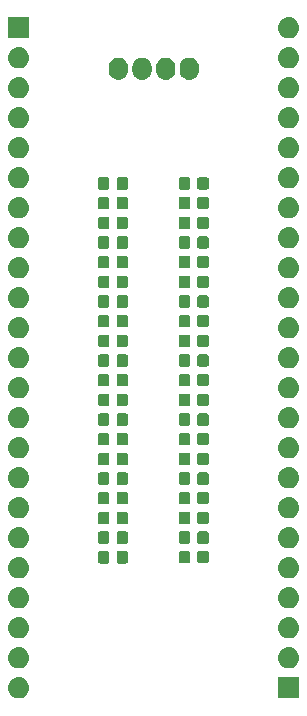
<source format=gbs>
G04 #@! TF.GenerationSoftware,KiCad,Pcbnew,(5.1.2)-1*
G04 #@! TF.CreationDate,2024-04-02T23:27:51+09:00*
G04 #@! TF.ProjectId,gpio40,6770696f-3430-42e6-9b69-6361645f7063,v1.0*
G04 #@! TF.SameCoordinates,Original*
G04 #@! TF.FileFunction,Soldermask,Bot*
G04 #@! TF.FilePolarity,Negative*
%FSLAX46Y46*%
G04 Gerber Fmt 4.6, Leading zero omitted, Abs format (unit mm)*
G04 Created by KiCad (PCBNEW (5.1.2)-1) date 2024-04-02 23:27:51*
%MOMM*%
%LPD*%
G04 APERTURE LIST*
%ADD10C,0.100000*%
G04 APERTURE END LIST*
D10*
G36*
X145681000Y-127901000D02*
G01*
X143879000Y-127901000D01*
X143879000Y-126099000D01*
X145681000Y-126099000D01*
X145681000Y-127901000D01*
X145681000Y-127901000D01*
G37*
G36*
X122030443Y-126105519D02*
G01*
X122096627Y-126112037D01*
X122266466Y-126163557D01*
X122422991Y-126247222D01*
X122458729Y-126276552D01*
X122560186Y-126359814D01*
X122643448Y-126461271D01*
X122672778Y-126497009D01*
X122756443Y-126653534D01*
X122807963Y-126823373D01*
X122825359Y-127000000D01*
X122807963Y-127176627D01*
X122756443Y-127346466D01*
X122672778Y-127502991D01*
X122643448Y-127538729D01*
X122560186Y-127640186D01*
X122458729Y-127723448D01*
X122422991Y-127752778D01*
X122266466Y-127836443D01*
X122096627Y-127887963D01*
X122030442Y-127894482D01*
X121964260Y-127901000D01*
X121875740Y-127901000D01*
X121809558Y-127894482D01*
X121743373Y-127887963D01*
X121573534Y-127836443D01*
X121417009Y-127752778D01*
X121381271Y-127723448D01*
X121279814Y-127640186D01*
X121196552Y-127538729D01*
X121167222Y-127502991D01*
X121083557Y-127346466D01*
X121032037Y-127176627D01*
X121014641Y-127000000D01*
X121032037Y-126823373D01*
X121083557Y-126653534D01*
X121167222Y-126497009D01*
X121196552Y-126461271D01*
X121279814Y-126359814D01*
X121381271Y-126276552D01*
X121417009Y-126247222D01*
X121573534Y-126163557D01*
X121743373Y-126112037D01*
X121809557Y-126105519D01*
X121875740Y-126099000D01*
X121964260Y-126099000D01*
X122030443Y-126105519D01*
X122030443Y-126105519D01*
G37*
G36*
X144890442Y-123565518D02*
G01*
X144956627Y-123572037D01*
X145126466Y-123623557D01*
X145282991Y-123707222D01*
X145318729Y-123736552D01*
X145420186Y-123819814D01*
X145503448Y-123921271D01*
X145532778Y-123957009D01*
X145616443Y-124113534D01*
X145667963Y-124283373D01*
X145685359Y-124460000D01*
X145667963Y-124636627D01*
X145616443Y-124806466D01*
X145532778Y-124962991D01*
X145503448Y-124998729D01*
X145420186Y-125100186D01*
X145318729Y-125183448D01*
X145282991Y-125212778D01*
X145126466Y-125296443D01*
X144956627Y-125347963D01*
X144890442Y-125354482D01*
X144824260Y-125361000D01*
X144735740Y-125361000D01*
X144669558Y-125354482D01*
X144603373Y-125347963D01*
X144433534Y-125296443D01*
X144277009Y-125212778D01*
X144241271Y-125183448D01*
X144139814Y-125100186D01*
X144056552Y-124998729D01*
X144027222Y-124962991D01*
X143943557Y-124806466D01*
X143892037Y-124636627D01*
X143874641Y-124460000D01*
X143892037Y-124283373D01*
X143943557Y-124113534D01*
X144027222Y-123957009D01*
X144056552Y-123921271D01*
X144139814Y-123819814D01*
X144241271Y-123736552D01*
X144277009Y-123707222D01*
X144433534Y-123623557D01*
X144603373Y-123572037D01*
X144669558Y-123565518D01*
X144735740Y-123559000D01*
X144824260Y-123559000D01*
X144890442Y-123565518D01*
X144890442Y-123565518D01*
G37*
G36*
X122030442Y-123565518D02*
G01*
X122096627Y-123572037D01*
X122266466Y-123623557D01*
X122422991Y-123707222D01*
X122458729Y-123736552D01*
X122560186Y-123819814D01*
X122643448Y-123921271D01*
X122672778Y-123957009D01*
X122756443Y-124113534D01*
X122807963Y-124283373D01*
X122825359Y-124460000D01*
X122807963Y-124636627D01*
X122756443Y-124806466D01*
X122672778Y-124962991D01*
X122643448Y-124998729D01*
X122560186Y-125100186D01*
X122458729Y-125183448D01*
X122422991Y-125212778D01*
X122266466Y-125296443D01*
X122096627Y-125347963D01*
X122030442Y-125354482D01*
X121964260Y-125361000D01*
X121875740Y-125361000D01*
X121809558Y-125354482D01*
X121743373Y-125347963D01*
X121573534Y-125296443D01*
X121417009Y-125212778D01*
X121381271Y-125183448D01*
X121279814Y-125100186D01*
X121196552Y-124998729D01*
X121167222Y-124962991D01*
X121083557Y-124806466D01*
X121032037Y-124636627D01*
X121014641Y-124460000D01*
X121032037Y-124283373D01*
X121083557Y-124113534D01*
X121167222Y-123957009D01*
X121196552Y-123921271D01*
X121279814Y-123819814D01*
X121381271Y-123736552D01*
X121417009Y-123707222D01*
X121573534Y-123623557D01*
X121743373Y-123572037D01*
X121809558Y-123565518D01*
X121875740Y-123559000D01*
X121964260Y-123559000D01*
X122030442Y-123565518D01*
X122030442Y-123565518D01*
G37*
G36*
X144890442Y-121025518D02*
G01*
X144956627Y-121032037D01*
X145126466Y-121083557D01*
X145282991Y-121167222D01*
X145318729Y-121196552D01*
X145420186Y-121279814D01*
X145503448Y-121381271D01*
X145532778Y-121417009D01*
X145616443Y-121573534D01*
X145667963Y-121743373D01*
X145685359Y-121920000D01*
X145667963Y-122096627D01*
X145616443Y-122266466D01*
X145532778Y-122422991D01*
X145503448Y-122458729D01*
X145420186Y-122560186D01*
X145318729Y-122643448D01*
X145282991Y-122672778D01*
X145126466Y-122756443D01*
X144956627Y-122807963D01*
X144890443Y-122814481D01*
X144824260Y-122821000D01*
X144735740Y-122821000D01*
X144669557Y-122814481D01*
X144603373Y-122807963D01*
X144433534Y-122756443D01*
X144277009Y-122672778D01*
X144241271Y-122643448D01*
X144139814Y-122560186D01*
X144056552Y-122458729D01*
X144027222Y-122422991D01*
X143943557Y-122266466D01*
X143892037Y-122096627D01*
X143874641Y-121920000D01*
X143892037Y-121743373D01*
X143943557Y-121573534D01*
X144027222Y-121417009D01*
X144056552Y-121381271D01*
X144139814Y-121279814D01*
X144241271Y-121196552D01*
X144277009Y-121167222D01*
X144433534Y-121083557D01*
X144603373Y-121032037D01*
X144669558Y-121025518D01*
X144735740Y-121019000D01*
X144824260Y-121019000D01*
X144890442Y-121025518D01*
X144890442Y-121025518D01*
G37*
G36*
X122030442Y-121025518D02*
G01*
X122096627Y-121032037D01*
X122266466Y-121083557D01*
X122422991Y-121167222D01*
X122458729Y-121196552D01*
X122560186Y-121279814D01*
X122643448Y-121381271D01*
X122672778Y-121417009D01*
X122756443Y-121573534D01*
X122807963Y-121743373D01*
X122825359Y-121920000D01*
X122807963Y-122096627D01*
X122756443Y-122266466D01*
X122672778Y-122422991D01*
X122643448Y-122458729D01*
X122560186Y-122560186D01*
X122458729Y-122643448D01*
X122422991Y-122672778D01*
X122266466Y-122756443D01*
X122096627Y-122807963D01*
X122030443Y-122814481D01*
X121964260Y-122821000D01*
X121875740Y-122821000D01*
X121809557Y-122814481D01*
X121743373Y-122807963D01*
X121573534Y-122756443D01*
X121417009Y-122672778D01*
X121381271Y-122643448D01*
X121279814Y-122560186D01*
X121196552Y-122458729D01*
X121167222Y-122422991D01*
X121083557Y-122266466D01*
X121032037Y-122096627D01*
X121014641Y-121920000D01*
X121032037Y-121743373D01*
X121083557Y-121573534D01*
X121167222Y-121417009D01*
X121196552Y-121381271D01*
X121279814Y-121279814D01*
X121381271Y-121196552D01*
X121417009Y-121167222D01*
X121573534Y-121083557D01*
X121743373Y-121032037D01*
X121809558Y-121025518D01*
X121875740Y-121019000D01*
X121964260Y-121019000D01*
X122030442Y-121025518D01*
X122030442Y-121025518D01*
G37*
G36*
X122030442Y-118485518D02*
G01*
X122096627Y-118492037D01*
X122266466Y-118543557D01*
X122422991Y-118627222D01*
X122458729Y-118656552D01*
X122560186Y-118739814D01*
X122643448Y-118841271D01*
X122672778Y-118877009D01*
X122756443Y-119033534D01*
X122807963Y-119203373D01*
X122825359Y-119380000D01*
X122807963Y-119556627D01*
X122756443Y-119726466D01*
X122672778Y-119882991D01*
X122643448Y-119918729D01*
X122560186Y-120020186D01*
X122458729Y-120103448D01*
X122422991Y-120132778D01*
X122266466Y-120216443D01*
X122096627Y-120267963D01*
X122030442Y-120274482D01*
X121964260Y-120281000D01*
X121875740Y-120281000D01*
X121809558Y-120274482D01*
X121743373Y-120267963D01*
X121573534Y-120216443D01*
X121417009Y-120132778D01*
X121381271Y-120103448D01*
X121279814Y-120020186D01*
X121196552Y-119918729D01*
X121167222Y-119882991D01*
X121083557Y-119726466D01*
X121032037Y-119556627D01*
X121014641Y-119380000D01*
X121032037Y-119203373D01*
X121083557Y-119033534D01*
X121167222Y-118877009D01*
X121196552Y-118841271D01*
X121279814Y-118739814D01*
X121381271Y-118656552D01*
X121417009Y-118627222D01*
X121573534Y-118543557D01*
X121743373Y-118492037D01*
X121809558Y-118485518D01*
X121875740Y-118479000D01*
X121964260Y-118479000D01*
X122030442Y-118485518D01*
X122030442Y-118485518D01*
G37*
G36*
X144890442Y-118485518D02*
G01*
X144956627Y-118492037D01*
X145126466Y-118543557D01*
X145282991Y-118627222D01*
X145318729Y-118656552D01*
X145420186Y-118739814D01*
X145503448Y-118841271D01*
X145532778Y-118877009D01*
X145616443Y-119033534D01*
X145667963Y-119203373D01*
X145685359Y-119380000D01*
X145667963Y-119556627D01*
X145616443Y-119726466D01*
X145532778Y-119882991D01*
X145503448Y-119918729D01*
X145420186Y-120020186D01*
X145318729Y-120103448D01*
X145282991Y-120132778D01*
X145126466Y-120216443D01*
X144956627Y-120267963D01*
X144890442Y-120274482D01*
X144824260Y-120281000D01*
X144735740Y-120281000D01*
X144669558Y-120274482D01*
X144603373Y-120267963D01*
X144433534Y-120216443D01*
X144277009Y-120132778D01*
X144241271Y-120103448D01*
X144139814Y-120020186D01*
X144056552Y-119918729D01*
X144027222Y-119882991D01*
X143943557Y-119726466D01*
X143892037Y-119556627D01*
X143874641Y-119380000D01*
X143892037Y-119203373D01*
X143943557Y-119033534D01*
X144027222Y-118877009D01*
X144056552Y-118841271D01*
X144139814Y-118739814D01*
X144241271Y-118656552D01*
X144277009Y-118627222D01*
X144433534Y-118543557D01*
X144603373Y-118492037D01*
X144669558Y-118485518D01*
X144735740Y-118479000D01*
X144824260Y-118479000D01*
X144890442Y-118485518D01*
X144890442Y-118485518D01*
G37*
G36*
X144890442Y-115945518D02*
G01*
X144956627Y-115952037D01*
X145126466Y-116003557D01*
X145282991Y-116087222D01*
X145318729Y-116116552D01*
X145420186Y-116199814D01*
X145493707Y-116289401D01*
X145532778Y-116337009D01*
X145532779Y-116337011D01*
X145610233Y-116481915D01*
X145616443Y-116493534D01*
X145667963Y-116663373D01*
X145685359Y-116840000D01*
X145667963Y-117016627D01*
X145616443Y-117186466D01*
X145532778Y-117342991D01*
X145503448Y-117378729D01*
X145420186Y-117480186D01*
X145318729Y-117563448D01*
X145282991Y-117592778D01*
X145126466Y-117676443D01*
X144956627Y-117727963D01*
X144890442Y-117734482D01*
X144824260Y-117741000D01*
X144735740Y-117741000D01*
X144669558Y-117734482D01*
X144603373Y-117727963D01*
X144433534Y-117676443D01*
X144277009Y-117592778D01*
X144241271Y-117563448D01*
X144139814Y-117480186D01*
X144056552Y-117378729D01*
X144027222Y-117342991D01*
X143943557Y-117186466D01*
X143892037Y-117016627D01*
X143874641Y-116840000D01*
X143892037Y-116663373D01*
X143943557Y-116493534D01*
X143949768Y-116481915D01*
X144027221Y-116337011D01*
X144027222Y-116337009D01*
X144066293Y-116289401D01*
X144139814Y-116199814D01*
X144241271Y-116116552D01*
X144277009Y-116087222D01*
X144433534Y-116003557D01*
X144603373Y-115952037D01*
X144669558Y-115945518D01*
X144735740Y-115939000D01*
X144824260Y-115939000D01*
X144890442Y-115945518D01*
X144890442Y-115945518D01*
G37*
G36*
X122030442Y-115945518D02*
G01*
X122096627Y-115952037D01*
X122266466Y-116003557D01*
X122422991Y-116087222D01*
X122458729Y-116116552D01*
X122560186Y-116199814D01*
X122633707Y-116289401D01*
X122672778Y-116337009D01*
X122672779Y-116337011D01*
X122750233Y-116481915D01*
X122756443Y-116493534D01*
X122807963Y-116663373D01*
X122825359Y-116840000D01*
X122807963Y-117016627D01*
X122756443Y-117186466D01*
X122672778Y-117342991D01*
X122643448Y-117378729D01*
X122560186Y-117480186D01*
X122458729Y-117563448D01*
X122422991Y-117592778D01*
X122266466Y-117676443D01*
X122096627Y-117727963D01*
X122030442Y-117734482D01*
X121964260Y-117741000D01*
X121875740Y-117741000D01*
X121809558Y-117734482D01*
X121743373Y-117727963D01*
X121573534Y-117676443D01*
X121417009Y-117592778D01*
X121381271Y-117563448D01*
X121279814Y-117480186D01*
X121196552Y-117378729D01*
X121167222Y-117342991D01*
X121083557Y-117186466D01*
X121032037Y-117016627D01*
X121014641Y-116840000D01*
X121032037Y-116663373D01*
X121083557Y-116493534D01*
X121089768Y-116481915D01*
X121167221Y-116337011D01*
X121167222Y-116337009D01*
X121206293Y-116289401D01*
X121279814Y-116199814D01*
X121381271Y-116116552D01*
X121417009Y-116087222D01*
X121573534Y-116003557D01*
X121743373Y-115952037D01*
X121809558Y-115945518D01*
X121875740Y-115939000D01*
X121964260Y-115939000D01*
X122030442Y-115945518D01*
X122030442Y-115945518D01*
G37*
G36*
X131039591Y-115438085D02*
G01*
X131073569Y-115448393D01*
X131104890Y-115465134D01*
X131132339Y-115487661D01*
X131154866Y-115515110D01*
X131171607Y-115546431D01*
X131181915Y-115580409D01*
X131186000Y-115621890D01*
X131186000Y-116298110D01*
X131181915Y-116339591D01*
X131171607Y-116373569D01*
X131154866Y-116404890D01*
X131132339Y-116432339D01*
X131104890Y-116454866D01*
X131073569Y-116471607D01*
X131039591Y-116481915D01*
X130998110Y-116486000D01*
X130396890Y-116486000D01*
X130355409Y-116481915D01*
X130321431Y-116471607D01*
X130290110Y-116454866D01*
X130262661Y-116432339D01*
X130240134Y-116404890D01*
X130223393Y-116373569D01*
X130213085Y-116339591D01*
X130209000Y-116298110D01*
X130209000Y-115621890D01*
X130213085Y-115580409D01*
X130223393Y-115546431D01*
X130240134Y-115515110D01*
X130262661Y-115487661D01*
X130290110Y-115465134D01*
X130321431Y-115448393D01*
X130355409Y-115438085D01*
X130396890Y-115434000D01*
X130998110Y-115434000D01*
X131039591Y-115438085D01*
X131039591Y-115438085D01*
G37*
G36*
X129464591Y-115438085D02*
G01*
X129498569Y-115448393D01*
X129529890Y-115465134D01*
X129557339Y-115487661D01*
X129579866Y-115515110D01*
X129596607Y-115546431D01*
X129606915Y-115580409D01*
X129611000Y-115621890D01*
X129611000Y-116298110D01*
X129606915Y-116339591D01*
X129596607Y-116373569D01*
X129579866Y-116404890D01*
X129557339Y-116432339D01*
X129529890Y-116454866D01*
X129498569Y-116471607D01*
X129464591Y-116481915D01*
X129423110Y-116486000D01*
X128821890Y-116486000D01*
X128780409Y-116481915D01*
X128746431Y-116471607D01*
X128715110Y-116454866D01*
X128687661Y-116432339D01*
X128665134Y-116404890D01*
X128648393Y-116373569D01*
X128638085Y-116339591D01*
X128634000Y-116298110D01*
X128634000Y-115621890D01*
X128638085Y-115580409D01*
X128648393Y-115546431D01*
X128665134Y-115515110D01*
X128687661Y-115487661D01*
X128715110Y-115465134D01*
X128746431Y-115448393D01*
X128780409Y-115438085D01*
X128821890Y-115434000D01*
X129423110Y-115434000D01*
X129464591Y-115438085D01*
X129464591Y-115438085D01*
G37*
G36*
X137871591Y-115428085D02*
G01*
X137905569Y-115438393D01*
X137936890Y-115455134D01*
X137964339Y-115477661D01*
X137986866Y-115505110D01*
X138003607Y-115536431D01*
X138013915Y-115570409D01*
X138018000Y-115611890D01*
X138018000Y-116288110D01*
X138013915Y-116329591D01*
X138003607Y-116363569D01*
X137986866Y-116394890D01*
X137964339Y-116422339D01*
X137936890Y-116444866D01*
X137905569Y-116461607D01*
X137871591Y-116471915D01*
X137830110Y-116476000D01*
X137228890Y-116476000D01*
X137187409Y-116471915D01*
X137153431Y-116461607D01*
X137122110Y-116444866D01*
X137094661Y-116422339D01*
X137072134Y-116394890D01*
X137055393Y-116363569D01*
X137045085Y-116329591D01*
X137041000Y-116288110D01*
X137041000Y-115611890D01*
X137045085Y-115570409D01*
X137055393Y-115536431D01*
X137072134Y-115505110D01*
X137094661Y-115477661D01*
X137122110Y-115455134D01*
X137153431Y-115438393D01*
X137187409Y-115428085D01*
X137228890Y-115424000D01*
X137830110Y-115424000D01*
X137871591Y-115428085D01*
X137871591Y-115428085D01*
G37*
G36*
X136296591Y-115428085D02*
G01*
X136330569Y-115438393D01*
X136361890Y-115455134D01*
X136389339Y-115477661D01*
X136411866Y-115505110D01*
X136428607Y-115536431D01*
X136438915Y-115570409D01*
X136443000Y-115611890D01*
X136443000Y-116288110D01*
X136438915Y-116329591D01*
X136428607Y-116363569D01*
X136411866Y-116394890D01*
X136389339Y-116422339D01*
X136361890Y-116444866D01*
X136330569Y-116461607D01*
X136296591Y-116471915D01*
X136255110Y-116476000D01*
X135653890Y-116476000D01*
X135612409Y-116471915D01*
X135578431Y-116461607D01*
X135547110Y-116444866D01*
X135519661Y-116422339D01*
X135497134Y-116394890D01*
X135480393Y-116363569D01*
X135470085Y-116329591D01*
X135466000Y-116288110D01*
X135466000Y-115611890D01*
X135470085Y-115570409D01*
X135480393Y-115536431D01*
X135497134Y-115505110D01*
X135519661Y-115477661D01*
X135547110Y-115455134D01*
X135578431Y-115438393D01*
X135612409Y-115428085D01*
X135653890Y-115424000D01*
X136255110Y-115424000D01*
X136296591Y-115428085D01*
X136296591Y-115428085D01*
G37*
G36*
X144890443Y-113405519D02*
G01*
X144956627Y-113412037D01*
X145126466Y-113463557D01*
X145282991Y-113547222D01*
X145318729Y-113576552D01*
X145420186Y-113659814D01*
X145500764Y-113758000D01*
X145532778Y-113797009D01*
X145616443Y-113953534D01*
X145667963Y-114123373D01*
X145685359Y-114300000D01*
X145667963Y-114476627D01*
X145616443Y-114646466D01*
X145532778Y-114802991D01*
X145522670Y-114815307D01*
X145420186Y-114940186D01*
X145318729Y-115023448D01*
X145282991Y-115052778D01*
X145126466Y-115136443D01*
X144956627Y-115187963D01*
X144890442Y-115194482D01*
X144824260Y-115201000D01*
X144735740Y-115201000D01*
X144669558Y-115194482D01*
X144603373Y-115187963D01*
X144433534Y-115136443D01*
X144277009Y-115052778D01*
X144241271Y-115023448D01*
X144139814Y-114940186D01*
X144037330Y-114815307D01*
X144027222Y-114802991D01*
X143943557Y-114646466D01*
X143892037Y-114476627D01*
X143874641Y-114300000D01*
X143892037Y-114123373D01*
X143943557Y-113953534D01*
X144027222Y-113797009D01*
X144059236Y-113758000D01*
X144139814Y-113659814D01*
X144241271Y-113576552D01*
X144277009Y-113547222D01*
X144433534Y-113463557D01*
X144603373Y-113412037D01*
X144669557Y-113405519D01*
X144735740Y-113399000D01*
X144824260Y-113399000D01*
X144890443Y-113405519D01*
X144890443Y-113405519D01*
G37*
G36*
X122030443Y-113405519D02*
G01*
X122096627Y-113412037D01*
X122266466Y-113463557D01*
X122422991Y-113547222D01*
X122458729Y-113576552D01*
X122560186Y-113659814D01*
X122640764Y-113758000D01*
X122672778Y-113797009D01*
X122756443Y-113953534D01*
X122807963Y-114123373D01*
X122825359Y-114300000D01*
X122807963Y-114476627D01*
X122756443Y-114646466D01*
X122672778Y-114802991D01*
X122662670Y-114815307D01*
X122560186Y-114940186D01*
X122458729Y-115023448D01*
X122422991Y-115052778D01*
X122266466Y-115136443D01*
X122096627Y-115187963D01*
X122030442Y-115194482D01*
X121964260Y-115201000D01*
X121875740Y-115201000D01*
X121809558Y-115194482D01*
X121743373Y-115187963D01*
X121573534Y-115136443D01*
X121417009Y-115052778D01*
X121381271Y-115023448D01*
X121279814Y-114940186D01*
X121177330Y-114815307D01*
X121167222Y-114802991D01*
X121083557Y-114646466D01*
X121032037Y-114476627D01*
X121014641Y-114300000D01*
X121032037Y-114123373D01*
X121083557Y-113953534D01*
X121167222Y-113797009D01*
X121199236Y-113758000D01*
X121279814Y-113659814D01*
X121381271Y-113576552D01*
X121417009Y-113547222D01*
X121573534Y-113463557D01*
X121743373Y-113412037D01*
X121809557Y-113405519D01*
X121875740Y-113399000D01*
X121964260Y-113399000D01*
X122030443Y-113405519D01*
X122030443Y-113405519D01*
G37*
G36*
X131039591Y-113772085D02*
G01*
X131073569Y-113782393D01*
X131104890Y-113799134D01*
X131132339Y-113821661D01*
X131154866Y-113849110D01*
X131171607Y-113880431D01*
X131181915Y-113914409D01*
X131186000Y-113955890D01*
X131186000Y-114632110D01*
X131181915Y-114673591D01*
X131171607Y-114707569D01*
X131154866Y-114738890D01*
X131132339Y-114766339D01*
X131104890Y-114788866D01*
X131073569Y-114805607D01*
X131039591Y-114815915D01*
X130998110Y-114820000D01*
X130396890Y-114820000D01*
X130355409Y-114815915D01*
X130321431Y-114805607D01*
X130290110Y-114788866D01*
X130262661Y-114766339D01*
X130240134Y-114738890D01*
X130223393Y-114707569D01*
X130213085Y-114673591D01*
X130209000Y-114632110D01*
X130209000Y-113955890D01*
X130213085Y-113914409D01*
X130223393Y-113880431D01*
X130240134Y-113849110D01*
X130262661Y-113821661D01*
X130290110Y-113799134D01*
X130321431Y-113782393D01*
X130355409Y-113772085D01*
X130396890Y-113768000D01*
X130998110Y-113768000D01*
X131039591Y-113772085D01*
X131039591Y-113772085D01*
G37*
G36*
X129464591Y-113772085D02*
G01*
X129498569Y-113782393D01*
X129529890Y-113799134D01*
X129557339Y-113821661D01*
X129579866Y-113849110D01*
X129596607Y-113880431D01*
X129606915Y-113914409D01*
X129611000Y-113955890D01*
X129611000Y-114632110D01*
X129606915Y-114673591D01*
X129596607Y-114707569D01*
X129579866Y-114738890D01*
X129557339Y-114766339D01*
X129529890Y-114788866D01*
X129498569Y-114805607D01*
X129464591Y-114815915D01*
X129423110Y-114820000D01*
X128821890Y-114820000D01*
X128780409Y-114815915D01*
X128746431Y-114805607D01*
X128715110Y-114788866D01*
X128687661Y-114766339D01*
X128665134Y-114738890D01*
X128648393Y-114707569D01*
X128638085Y-114673591D01*
X128634000Y-114632110D01*
X128634000Y-113955890D01*
X128638085Y-113914409D01*
X128648393Y-113880431D01*
X128665134Y-113849110D01*
X128687661Y-113821661D01*
X128715110Y-113799134D01*
X128746431Y-113782393D01*
X128780409Y-113772085D01*
X128821890Y-113768000D01*
X129423110Y-113768000D01*
X129464591Y-113772085D01*
X129464591Y-113772085D01*
G37*
G36*
X137871591Y-113762085D02*
G01*
X137905569Y-113772393D01*
X137936890Y-113789134D01*
X137964339Y-113811661D01*
X137986866Y-113839110D01*
X138003607Y-113870431D01*
X138013915Y-113904409D01*
X138018000Y-113945890D01*
X138018000Y-114622110D01*
X138013915Y-114663591D01*
X138003607Y-114697569D01*
X137986866Y-114728890D01*
X137964339Y-114756339D01*
X137936890Y-114778866D01*
X137905569Y-114795607D01*
X137871591Y-114805915D01*
X137830110Y-114810000D01*
X137228890Y-114810000D01*
X137187409Y-114805915D01*
X137153431Y-114795607D01*
X137122110Y-114778866D01*
X137094661Y-114756339D01*
X137072134Y-114728890D01*
X137055393Y-114697569D01*
X137045085Y-114663591D01*
X137041000Y-114622110D01*
X137041000Y-113945890D01*
X137045085Y-113904409D01*
X137055393Y-113870431D01*
X137072134Y-113839110D01*
X137094661Y-113811661D01*
X137122110Y-113789134D01*
X137153431Y-113772393D01*
X137187409Y-113762085D01*
X137228890Y-113758000D01*
X137830110Y-113758000D01*
X137871591Y-113762085D01*
X137871591Y-113762085D01*
G37*
G36*
X136296591Y-113762085D02*
G01*
X136330569Y-113772393D01*
X136361890Y-113789134D01*
X136389339Y-113811661D01*
X136411866Y-113839110D01*
X136428607Y-113870431D01*
X136438915Y-113904409D01*
X136443000Y-113945890D01*
X136443000Y-114622110D01*
X136438915Y-114663591D01*
X136428607Y-114697569D01*
X136411866Y-114728890D01*
X136389339Y-114756339D01*
X136361890Y-114778866D01*
X136330569Y-114795607D01*
X136296591Y-114805915D01*
X136255110Y-114810000D01*
X135653890Y-114810000D01*
X135612409Y-114805915D01*
X135578431Y-114795607D01*
X135547110Y-114778866D01*
X135519661Y-114756339D01*
X135497134Y-114728890D01*
X135480393Y-114697569D01*
X135470085Y-114663591D01*
X135466000Y-114622110D01*
X135466000Y-113945890D01*
X135470085Y-113904409D01*
X135480393Y-113870431D01*
X135497134Y-113839110D01*
X135519661Y-113811661D01*
X135547110Y-113789134D01*
X135578431Y-113772393D01*
X135612409Y-113762085D01*
X135653890Y-113758000D01*
X136255110Y-113758000D01*
X136296591Y-113762085D01*
X136296591Y-113762085D01*
G37*
G36*
X131039591Y-112106085D02*
G01*
X131073569Y-112116393D01*
X131104890Y-112133134D01*
X131132339Y-112155661D01*
X131154866Y-112183110D01*
X131171607Y-112214431D01*
X131181915Y-112248409D01*
X131186000Y-112289890D01*
X131186000Y-112966110D01*
X131181915Y-113007591D01*
X131171607Y-113041569D01*
X131154866Y-113072890D01*
X131132339Y-113100339D01*
X131104890Y-113122866D01*
X131073569Y-113139607D01*
X131039591Y-113149915D01*
X130998110Y-113154000D01*
X130396890Y-113154000D01*
X130355409Y-113149915D01*
X130321431Y-113139607D01*
X130290110Y-113122866D01*
X130262661Y-113100339D01*
X130240134Y-113072890D01*
X130223393Y-113041569D01*
X130213085Y-113007591D01*
X130209000Y-112966110D01*
X130209000Y-112289890D01*
X130213085Y-112248409D01*
X130223393Y-112214431D01*
X130240134Y-112183110D01*
X130262661Y-112155661D01*
X130290110Y-112133134D01*
X130321431Y-112116393D01*
X130355409Y-112106085D01*
X130396890Y-112102000D01*
X130998110Y-112102000D01*
X131039591Y-112106085D01*
X131039591Y-112106085D01*
G37*
G36*
X129464591Y-112106085D02*
G01*
X129498569Y-112116393D01*
X129529890Y-112133134D01*
X129557339Y-112155661D01*
X129579866Y-112183110D01*
X129596607Y-112214431D01*
X129606915Y-112248409D01*
X129611000Y-112289890D01*
X129611000Y-112966110D01*
X129606915Y-113007591D01*
X129596607Y-113041569D01*
X129579866Y-113072890D01*
X129557339Y-113100339D01*
X129529890Y-113122866D01*
X129498569Y-113139607D01*
X129464591Y-113149915D01*
X129423110Y-113154000D01*
X128821890Y-113154000D01*
X128780409Y-113149915D01*
X128746431Y-113139607D01*
X128715110Y-113122866D01*
X128687661Y-113100339D01*
X128665134Y-113072890D01*
X128648393Y-113041569D01*
X128638085Y-113007591D01*
X128634000Y-112966110D01*
X128634000Y-112289890D01*
X128638085Y-112248409D01*
X128648393Y-112214431D01*
X128665134Y-112183110D01*
X128687661Y-112155661D01*
X128715110Y-112133134D01*
X128746431Y-112116393D01*
X128780409Y-112106085D01*
X128821890Y-112102000D01*
X129423110Y-112102000D01*
X129464591Y-112106085D01*
X129464591Y-112106085D01*
G37*
G36*
X136296591Y-112096085D02*
G01*
X136330569Y-112106393D01*
X136361890Y-112123134D01*
X136389339Y-112145661D01*
X136411866Y-112173110D01*
X136428607Y-112204431D01*
X136438915Y-112238409D01*
X136443000Y-112279890D01*
X136443000Y-112956110D01*
X136438915Y-112997591D01*
X136428607Y-113031569D01*
X136411866Y-113062890D01*
X136389339Y-113090339D01*
X136361890Y-113112866D01*
X136330569Y-113129607D01*
X136296591Y-113139915D01*
X136255110Y-113144000D01*
X135653890Y-113144000D01*
X135612409Y-113139915D01*
X135578431Y-113129607D01*
X135547110Y-113112866D01*
X135519661Y-113090339D01*
X135497134Y-113062890D01*
X135480393Y-113031569D01*
X135470085Y-112997591D01*
X135466000Y-112956110D01*
X135466000Y-112279890D01*
X135470085Y-112238409D01*
X135480393Y-112204431D01*
X135497134Y-112173110D01*
X135519661Y-112145661D01*
X135547110Y-112123134D01*
X135578431Y-112106393D01*
X135612409Y-112096085D01*
X135653890Y-112092000D01*
X136255110Y-112092000D01*
X136296591Y-112096085D01*
X136296591Y-112096085D01*
G37*
G36*
X137871591Y-112096085D02*
G01*
X137905569Y-112106393D01*
X137936890Y-112123134D01*
X137964339Y-112145661D01*
X137986866Y-112173110D01*
X138003607Y-112204431D01*
X138013915Y-112238409D01*
X138018000Y-112279890D01*
X138018000Y-112956110D01*
X138013915Y-112997591D01*
X138003607Y-113031569D01*
X137986866Y-113062890D01*
X137964339Y-113090339D01*
X137936890Y-113112866D01*
X137905569Y-113129607D01*
X137871591Y-113139915D01*
X137830110Y-113144000D01*
X137228890Y-113144000D01*
X137187409Y-113139915D01*
X137153431Y-113129607D01*
X137122110Y-113112866D01*
X137094661Y-113090339D01*
X137072134Y-113062890D01*
X137055393Y-113031569D01*
X137045085Y-112997591D01*
X137041000Y-112956110D01*
X137041000Y-112279890D01*
X137045085Y-112238409D01*
X137055393Y-112204431D01*
X137072134Y-112173110D01*
X137094661Y-112145661D01*
X137122110Y-112123134D01*
X137153431Y-112106393D01*
X137187409Y-112096085D01*
X137228890Y-112092000D01*
X137830110Y-112092000D01*
X137871591Y-112096085D01*
X137871591Y-112096085D01*
G37*
G36*
X122030442Y-110865518D02*
G01*
X122096627Y-110872037D01*
X122266466Y-110923557D01*
X122422991Y-111007222D01*
X122458729Y-111036552D01*
X122560186Y-111119814D01*
X122643448Y-111221271D01*
X122672778Y-111257009D01*
X122691696Y-111292401D01*
X122731340Y-111366569D01*
X122756443Y-111413534D01*
X122807963Y-111583373D01*
X122825359Y-111760000D01*
X122807963Y-111936627D01*
X122756443Y-112106466D01*
X122672778Y-112262991D01*
X122658909Y-112279890D01*
X122560186Y-112400186D01*
X122458729Y-112483448D01*
X122422991Y-112512778D01*
X122266466Y-112596443D01*
X122096627Y-112647963D01*
X122030442Y-112654482D01*
X121964260Y-112661000D01*
X121875740Y-112661000D01*
X121809558Y-112654482D01*
X121743373Y-112647963D01*
X121573534Y-112596443D01*
X121417009Y-112512778D01*
X121381271Y-112483448D01*
X121279814Y-112400186D01*
X121181091Y-112279890D01*
X121167222Y-112262991D01*
X121083557Y-112106466D01*
X121032037Y-111936627D01*
X121014641Y-111760000D01*
X121032037Y-111583373D01*
X121083557Y-111413534D01*
X121108661Y-111366569D01*
X121148304Y-111292401D01*
X121167222Y-111257009D01*
X121196552Y-111221271D01*
X121279814Y-111119814D01*
X121381271Y-111036552D01*
X121417009Y-111007222D01*
X121573534Y-110923557D01*
X121743373Y-110872037D01*
X121809558Y-110865518D01*
X121875740Y-110859000D01*
X121964260Y-110859000D01*
X122030442Y-110865518D01*
X122030442Y-110865518D01*
G37*
G36*
X144890442Y-110865518D02*
G01*
X144956627Y-110872037D01*
X145126466Y-110923557D01*
X145282991Y-111007222D01*
X145318729Y-111036552D01*
X145420186Y-111119814D01*
X145503448Y-111221271D01*
X145532778Y-111257009D01*
X145551696Y-111292401D01*
X145591340Y-111366569D01*
X145616443Y-111413534D01*
X145667963Y-111583373D01*
X145685359Y-111760000D01*
X145667963Y-111936627D01*
X145616443Y-112106466D01*
X145532778Y-112262991D01*
X145518909Y-112279890D01*
X145420186Y-112400186D01*
X145318729Y-112483448D01*
X145282991Y-112512778D01*
X145126466Y-112596443D01*
X144956627Y-112647963D01*
X144890442Y-112654482D01*
X144824260Y-112661000D01*
X144735740Y-112661000D01*
X144669558Y-112654482D01*
X144603373Y-112647963D01*
X144433534Y-112596443D01*
X144277009Y-112512778D01*
X144241271Y-112483448D01*
X144139814Y-112400186D01*
X144041091Y-112279890D01*
X144027222Y-112262991D01*
X143943557Y-112106466D01*
X143892037Y-111936627D01*
X143874641Y-111760000D01*
X143892037Y-111583373D01*
X143943557Y-111413534D01*
X143968661Y-111366569D01*
X144008304Y-111292401D01*
X144027222Y-111257009D01*
X144056552Y-111221271D01*
X144139814Y-111119814D01*
X144241271Y-111036552D01*
X144277009Y-111007222D01*
X144433534Y-110923557D01*
X144603373Y-110872037D01*
X144669558Y-110865518D01*
X144735740Y-110859000D01*
X144824260Y-110859000D01*
X144890442Y-110865518D01*
X144890442Y-110865518D01*
G37*
G36*
X129464591Y-110441085D02*
G01*
X129498569Y-110451393D01*
X129529890Y-110468134D01*
X129557339Y-110490661D01*
X129579866Y-110518110D01*
X129596607Y-110549431D01*
X129606915Y-110583409D01*
X129611000Y-110624890D01*
X129611000Y-111301110D01*
X129606915Y-111342591D01*
X129596607Y-111376569D01*
X129579866Y-111407890D01*
X129557339Y-111435339D01*
X129529890Y-111457866D01*
X129498569Y-111474607D01*
X129464591Y-111484915D01*
X129423110Y-111489000D01*
X128821890Y-111489000D01*
X128780409Y-111484915D01*
X128746431Y-111474607D01*
X128715110Y-111457866D01*
X128687661Y-111435339D01*
X128665134Y-111407890D01*
X128648393Y-111376569D01*
X128638085Y-111342591D01*
X128634000Y-111301110D01*
X128634000Y-110624890D01*
X128638085Y-110583409D01*
X128648393Y-110549431D01*
X128665134Y-110518110D01*
X128687661Y-110490661D01*
X128715110Y-110468134D01*
X128746431Y-110451393D01*
X128780409Y-110441085D01*
X128821890Y-110437000D01*
X129423110Y-110437000D01*
X129464591Y-110441085D01*
X129464591Y-110441085D01*
G37*
G36*
X131039591Y-110441085D02*
G01*
X131073569Y-110451393D01*
X131104890Y-110468134D01*
X131132339Y-110490661D01*
X131154866Y-110518110D01*
X131171607Y-110549431D01*
X131181915Y-110583409D01*
X131186000Y-110624890D01*
X131186000Y-111301110D01*
X131181915Y-111342591D01*
X131171607Y-111376569D01*
X131154866Y-111407890D01*
X131132339Y-111435339D01*
X131104890Y-111457866D01*
X131073569Y-111474607D01*
X131039591Y-111484915D01*
X130998110Y-111489000D01*
X130396890Y-111489000D01*
X130355409Y-111484915D01*
X130321431Y-111474607D01*
X130290110Y-111457866D01*
X130262661Y-111435339D01*
X130240134Y-111407890D01*
X130223393Y-111376569D01*
X130213085Y-111342591D01*
X130209000Y-111301110D01*
X130209000Y-110624890D01*
X130213085Y-110583409D01*
X130223393Y-110549431D01*
X130240134Y-110518110D01*
X130262661Y-110490661D01*
X130290110Y-110468134D01*
X130321431Y-110451393D01*
X130355409Y-110441085D01*
X130396890Y-110437000D01*
X130998110Y-110437000D01*
X131039591Y-110441085D01*
X131039591Y-110441085D01*
G37*
G36*
X137871591Y-110431085D02*
G01*
X137905569Y-110441393D01*
X137936890Y-110458134D01*
X137964339Y-110480661D01*
X137986866Y-110508110D01*
X138003607Y-110539431D01*
X138013915Y-110573409D01*
X138018000Y-110614890D01*
X138018000Y-111291110D01*
X138013915Y-111332591D01*
X138003607Y-111366569D01*
X137986866Y-111397890D01*
X137964339Y-111425339D01*
X137936890Y-111447866D01*
X137905569Y-111464607D01*
X137871591Y-111474915D01*
X137830110Y-111479000D01*
X137228890Y-111479000D01*
X137187409Y-111474915D01*
X137153431Y-111464607D01*
X137122110Y-111447866D01*
X137094661Y-111425339D01*
X137072134Y-111397890D01*
X137055393Y-111366569D01*
X137045085Y-111332591D01*
X137041000Y-111291110D01*
X137041000Y-110614890D01*
X137045085Y-110573409D01*
X137055393Y-110539431D01*
X137072134Y-110508110D01*
X137094661Y-110480661D01*
X137122110Y-110458134D01*
X137153431Y-110441393D01*
X137187409Y-110431085D01*
X137228890Y-110427000D01*
X137830110Y-110427000D01*
X137871591Y-110431085D01*
X137871591Y-110431085D01*
G37*
G36*
X136296591Y-110431085D02*
G01*
X136330569Y-110441393D01*
X136361890Y-110458134D01*
X136389339Y-110480661D01*
X136411866Y-110508110D01*
X136428607Y-110539431D01*
X136438915Y-110573409D01*
X136443000Y-110614890D01*
X136443000Y-111291110D01*
X136438915Y-111332591D01*
X136428607Y-111366569D01*
X136411866Y-111397890D01*
X136389339Y-111425339D01*
X136361890Y-111447866D01*
X136330569Y-111464607D01*
X136296591Y-111474915D01*
X136255110Y-111479000D01*
X135653890Y-111479000D01*
X135612409Y-111474915D01*
X135578431Y-111464607D01*
X135547110Y-111447866D01*
X135519661Y-111425339D01*
X135497134Y-111397890D01*
X135480393Y-111366569D01*
X135470085Y-111332591D01*
X135466000Y-111291110D01*
X135466000Y-110614890D01*
X135470085Y-110573409D01*
X135480393Y-110539431D01*
X135497134Y-110508110D01*
X135519661Y-110480661D01*
X135547110Y-110458134D01*
X135578431Y-110441393D01*
X135612409Y-110431085D01*
X135653890Y-110427000D01*
X136255110Y-110427000D01*
X136296591Y-110431085D01*
X136296591Y-110431085D01*
G37*
G36*
X122030443Y-108325519D02*
G01*
X122096627Y-108332037D01*
X122266466Y-108383557D01*
X122422991Y-108467222D01*
X122458729Y-108496552D01*
X122560186Y-108579814D01*
X122643448Y-108681271D01*
X122672778Y-108717009D01*
X122703985Y-108775393D01*
X122724975Y-108814661D01*
X122756443Y-108873534D01*
X122807963Y-109043373D01*
X122825359Y-109220000D01*
X122807963Y-109396627D01*
X122756443Y-109566466D01*
X122672778Y-109722991D01*
X122657620Y-109741461D01*
X122560186Y-109860186D01*
X122458729Y-109943448D01*
X122422991Y-109972778D01*
X122266466Y-110056443D01*
X122096627Y-110107963D01*
X122030443Y-110114481D01*
X121964260Y-110121000D01*
X121875740Y-110121000D01*
X121809557Y-110114481D01*
X121743373Y-110107963D01*
X121573534Y-110056443D01*
X121417009Y-109972778D01*
X121381271Y-109943448D01*
X121279814Y-109860186D01*
X121182380Y-109741461D01*
X121167222Y-109722991D01*
X121083557Y-109566466D01*
X121032037Y-109396627D01*
X121014641Y-109220000D01*
X121032037Y-109043373D01*
X121083557Y-108873534D01*
X121115026Y-108814661D01*
X121136015Y-108775393D01*
X121167222Y-108717009D01*
X121196552Y-108681271D01*
X121279814Y-108579814D01*
X121381271Y-108496552D01*
X121417009Y-108467222D01*
X121573534Y-108383557D01*
X121743373Y-108332037D01*
X121809557Y-108325519D01*
X121875740Y-108319000D01*
X121964260Y-108319000D01*
X122030443Y-108325519D01*
X122030443Y-108325519D01*
G37*
G36*
X144890443Y-108325519D02*
G01*
X144956627Y-108332037D01*
X145126466Y-108383557D01*
X145282991Y-108467222D01*
X145318729Y-108496552D01*
X145420186Y-108579814D01*
X145503448Y-108681271D01*
X145532778Y-108717009D01*
X145563985Y-108775393D01*
X145584975Y-108814661D01*
X145616443Y-108873534D01*
X145667963Y-109043373D01*
X145685359Y-109220000D01*
X145667963Y-109396627D01*
X145616443Y-109566466D01*
X145532778Y-109722991D01*
X145517620Y-109741461D01*
X145420186Y-109860186D01*
X145318729Y-109943448D01*
X145282991Y-109972778D01*
X145126466Y-110056443D01*
X144956627Y-110107963D01*
X144890443Y-110114481D01*
X144824260Y-110121000D01*
X144735740Y-110121000D01*
X144669557Y-110114481D01*
X144603373Y-110107963D01*
X144433534Y-110056443D01*
X144277009Y-109972778D01*
X144241271Y-109943448D01*
X144139814Y-109860186D01*
X144042380Y-109741461D01*
X144027222Y-109722991D01*
X143943557Y-109566466D01*
X143892037Y-109396627D01*
X143874641Y-109220000D01*
X143892037Y-109043373D01*
X143943557Y-108873534D01*
X143975026Y-108814661D01*
X143996015Y-108775393D01*
X144027222Y-108717009D01*
X144056552Y-108681271D01*
X144139814Y-108579814D01*
X144241271Y-108496552D01*
X144277009Y-108467222D01*
X144433534Y-108383557D01*
X144603373Y-108332037D01*
X144669557Y-108325519D01*
X144735740Y-108319000D01*
X144824260Y-108319000D01*
X144890443Y-108325519D01*
X144890443Y-108325519D01*
G37*
G36*
X129464591Y-108775085D02*
G01*
X129498569Y-108785393D01*
X129529890Y-108802134D01*
X129557339Y-108824661D01*
X129579866Y-108852110D01*
X129596607Y-108883431D01*
X129606915Y-108917409D01*
X129611000Y-108958890D01*
X129611000Y-109635110D01*
X129606915Y-109676591D01*
X129596607Y-109710569D01*
X129579866Y-109741890D01*
X129557339Y-109769339D01*
X129529890Y-109791866D01*
X129498569Y-109808607D01*
X129464591Y-109818915D01*
X129423110Y-109823000D01*
X128821890Y-109823000D01*
X128780409Y-109818915D01*
X128746431Y-109808607D01*
X128715110Y-109791866D01*
X128687661Y-109769339D01*
X128665134Y-109741890D01*
X128648393Y-109710569D01*
X128638085Y-109676591D01*
X128634000Y-109635110D01*
X128634000Y-108958890D01*
X128638085Y-108917409D01*
X128648393Y-108883431D01*
X128665134Y-108852110D01*
X128687661Y-108824661D01*
X128715110Y-108802134D01*
X128746431Y-108785393D01*
X128780409Y-108775085D01*
X128821890Y-108771000D01*
X129423110Y-108771000D01*
X129464591Y-108775085D01*
X129464591Y-108775085D01*
G37*
G36*
X131039591Y-108775085D02*
G01*
X131073569Y-108785393D01*
X131104890Y-108802134D01*
X131132339Y-108824661D01*
X131154866Y-108852110D01*
X131171607Y-108883431D01*
X131181915Y-108917409D01*
X131186000Y-108958890D01*
X131186000Y-109635110D01*
X131181915Y-109676591D01*
X131171607Y-109710569D01*
X131154866Y-109741890D01*
X131132339Y-109769339D01*
X131104890Y-109791866D01*
X131073569Y-109808607D01*
X131039591Y-109818915D01*
X130998110Y-109823000D01*
X130396890Y-109823000D01*
X130355409Y-109818915D01*
X130321431Y-109808607D01*
X130290110Y-109791866D01*
X130262661Y-109769339D01*
X130240134Y-109741890D01*
X130223393Y-109710569D01*
X130213085Y-109676591D01*
X130209000Y-109635110D01*
X130209000Y-108958890D01*
X130213085Y-108917409D01*
X130223393Y-108883431D01*
X130240134Y-108852110D01*
X130262661Y-108824661D01*
X130290110Y-108802134D01*
X130321431Y-108785393D01*
X130355409Y-108775085D01*
X130396890Y-108771000D01*
X130998110Y-108771000D01*
X131039591Y-108775085D01*
X131039591Y-108775085D01*
G37*
G36*
X136296591Y-108765085D02*
G01*
X136330569Y-108775393D01*
X136361890Y-108792134D01*
X136389339Y-108814661D01*
X136411866Y-108842110D01*
X136428607Y-108873431D01*
X136438915Y-108907409D01*
X136443000Y-108948890D01*
X136443000Y-109625110D01*
X136438915Y-109666591D01*
X136428607Y-109700569D01*
X136411866Y-109731890D01*
X136389339Y-109759339D01*
X136361890Y-109781866D01*
X136330569Y-109798607D01*
X136296591Y-109808915D01*
X136255110Y-109813000D01*
X135653890Y-109813000D01*
X135612409Y-109808915D01*
X135578431Y-109798607D01*
X135547110Y-109781866D01*
X135519661Y-109759339D01*
X135497134Y-109731890D01*
X135480393Y-109700569D01*
X135470085Y-109666591D01*
X135466000Y-109625110D01*
X135466000Y-108948890D01*
X135470085Y-108907409D01*
X135480393Y-108873431D01*
X135497134Y-108842110D01*
X135519661Y-108814661D01*
X135547110Y-108792134D01*
X135578431Y-108775393D01*
X135612409Y-108765085D01*
X135653890Y-108761000D01*
X136255110Y-108761000D01*
X136296591Y-108765085D01*
X136296591Y-108765085D01*
G37*
G36*
X137871591Y-108765085D02*
G01*
X137905569Y-108775393D01*
X137936890Y-108792134D01*
X137964339Y-108814661D01*
X137986866Y-108842110D01*
X138003607Y-108873431D01*
X138013915Y-108907409D01*
X138018000Y-108948890D01*
X138018000Y-109625110D01*
X138013915Y-109666591D01*
X138003607Y-109700569D01*
X137986866Y-109731890D01*
X137964339Y-109759339D01*
X137936890Y-109781866D01*
X137905569Y-109798607D01*
X137871591Y-109808915D01*
X137830110Y-109813000D01*
X137228890Y-109813000D01*
X137187409Y-109808915D01*
X137153431Y-109798607D01*
X137122110Y-109781866D01*
X137094661Y-109759339D01*
X137072134Y-109731890D01*
X137055393Y-109700569D01*
X137045085Y-109666591D01*
X137041000Y-109625110D01*
X137041000Y-108948890D01*
X137045085Y-108907409D01*
X137055393Y-108873431D01*
X137072134Y-108842110D01*
X137094661Y-108814661D01*
X137122110Y-108792134D01*
X137153431Y-108775393D01*
X137187409Y-108765085D01*
X137228890Y-108761000D01*
X137830110Y-108761000D01*
X137871591Y-108765085D01*
X137871591Y-108765085D01*
G37*
G36*
X131039591Y-107109085D02*
G01*
X131073569Y-107119393D01*
X131104890Y-107136134D01*
X131132339Y-107158661D01*
X131154866Y-107186110D01*
X131171607Y-107217431D01*
X131181915Y-107251409D01*
X131186000Y-107292890D01*
X131186000Y-107969110D01*
X131181915Y-108010591D01*
X131171607Y-108044569D01*
X131154866Y-108075890D01*
X131132339Y-108103339D01*
X131104890Y-108125866D01*
X131073569Y-108142607D01*
X131039591Y-108152915D01*
X130998110Y-108157000D01*
X130396890Y-108157000D01*
X130355409Y-108152915D01*
X130321431Y-108142607D01*
X130290110Y-108125866D01*
X130262661Y-108103339D01*
X130240134Y-108075890D01*
X130223393Y-108044569D01*
X130213085Y-108010591D01*
X130209000Y-107969110D01*
X130209000Y-107292890D01*
X130213085Y-107251409D01*
X130223393Y-107217431D01*
X130240134Y-107186110D01*
X130262661Y-107158661D01*
X130290110Y-107136134D01*
X130321431Y-107119393D01*
X130355409Y-107109085D01*
X130396890Y-107105000D01*
X130998110Y-107105000D01*
X131039591Y-107109085D01*
X131039591Y-107109085D01*
G37*
G36*
X129464591Y-107109085D02*
G01*
X129498569Y-107119393D01*
X129529890Y-107136134D01*
X129557339Y-107158661D01*
X129579866Y-107186110D01*
X129596607Y-107217431D01*
X129606915Y-107251409D01*
X129611000Y-107292890D01*
X129611000Y-107969110D01*
X129606915Y-108010591D01*
X129596607Y-108044569D01*
X129579866Y-108075890D01*
X129557339Y-108103339D01*
X129529890Y-108125866D01*
X129498569Y-108142607D01*
X129464591Y-108152915D01*
X129423110Y-108157000D01*
X128821890Y-108157000D01*
X128780409Y-108152915D01*
X128746431Y-108142607D01*
X128715110Y-108125866D01*
X128687661Y-108103339D01*
X128665134Y-108075890D01*
X128648393Y-108044569D01*
X128638085Y-108010591D01*
X128634000Y-107969110D01*
X128634000Y-107292890D01*
X128638085Y-107251409D01*
X128648393Y-107217431D01*
X128665134Y-107186110D01*
X128687661Y-107158661D01*
X128715110Y-107136134D01*
X128746431Y-107119393D01*
X128780409Y-107109085D01*
X128821890Y-107105000D01*
X129423110Y-107105000D01*
X129464591Y-107109085D01*
X129464591Y-107109085D01*
G37*
G36*
X137871591Y-107099085D02*
G01*
X137905569Y-107109393D01*
X137936890Y-107126134D01*
X137964339Y-107148661D01*
X137986866Y-107176110D01*
X138003607Y-107207431D01*
X138013915Y-107241409D01*
X138018000Y-107282890D01*
X138018000Y-107959110D01*
X138013915Y-108000591D01*
X138003607Y-108034569D01*
X137986866Y-108065890D01*
X137964339Y-108093339D01*
X137936890Y-108115866D01*
X137905569Y-108132607D01*
X137871591Y-108142915D01*
X137830110Y-108147000D01*
X137228890Y-108147000D01*
X137187409Y-108142915D01*
X137153431Y-108132607D01*
X137122110Y-108115866D01*
X137094661Y-108093339D01*
X137072134Y-108065890D01*
X137055393Y-108034569D01*
X137045085Y-108000591D01*
X137041000Y-107959110D01*
X137041000Y-107282890D01*
X137045085Y-107241409D01*
X137055393Y-107207431D01*
X137072134Y-107176110D01*
X137094661Y-107148661D01*
X137122110Y-107126134D01*
X137153431Y-107109393D01*
X137187409Y-107099085D01*
X137228890Y-107095000D01*
X137830110Y-107095000D01*
X137871591Y-107099085D01*
X137871591Y-107099085D01*
G37*
G36*
X136296591Y-107099085D02*
G01*
X136330569Y-107109393D01*
X136361890Y-107126134D01*
X136389339Y-107148661D01*
X136411866Y-107176110D01*
X136428607Y-107207431D01*
X136438915Y-107241409D01*
X136443000Y-107282890D01*
X136443000Y-107959110D01*
X136438915Y-108000591D01*
X136428607Y-108034569D01*
X136411866Y-108065890D01*
X136389339Y-108093339D01*
X136361890Y-108115866D01*
X136330569Y-108132607D01*
X136296591Y-108142915D01*
X136255110Y-108147000D01*
X135653890Y-108147000D01*
X135612409Y-108142915D01*
X135578431Y-108132607D01*
X135547110Y-108115866D01*
X135519661Y-108093339D01*
X135497134Y-108065890D01*
X135480393Y-108034569D01*
X135470085Y-108000591D01*
X135466000Y-107959110D01*
X135466000Y-107282890D01*
X135470085Y-107241409D01*
X135480393Y-107207431D01*
X135497134Y-107176110D01*
X135519661Y-107148661D01*
X135547110Y-107126134D01*
X135578431Y-107109393D01*
X135612409Y-107099085D01*
X135653890Y-107095000D01*
X136255110Y-107095000D01*
X136296591Y-107099085D01*
X136296591Y-107099085D01*
G37*
G36*
X144890443Y-105785519D02*
G01*
X144956627Y-105792037D01*
X145126466Y-105843557D01*
X145282991Y-105927222D01*
X145318729Y-105956552D01*
X145420186Y-106039814D01*
X145503448Y-106141271D01*
X145532778Y-106177009D01*
X145616443Y-106333534D01*
X145667963Y-106503373D01*
X145685359Y-106680000D01*
X145667963Y-106856627D01*
X145616443Y-107026466D01*
X145532778Y-107182991D01*
X145530218Y-107186110D01*
X145420186Y-107320186D01*
X145318729Y-107403448D01*
X145282991Y-107432778D01*
X145126466Y-107516443D01*
X144956627Y-107567963D01*
X144890443Y-107574481D01*
X144824260Y-107581000D01*
X144735740Y-107581000D01*
X144669557Y-107574481D01*
X144603373Y-107567963D01*
X144433534Y-107516443D01*
X144277009Y-107432778D01*
X144241271Y-107403448D01*
X144139814Y-107320186D01*
X144029782Y-107186110D01*
X144027222Y-107182991D01*
X143943557Y-107026466D01*
X143892037Y-106856627D01*
X143874641Y-106680000D01*
X143892037Y-106503373D01*
X143943557Y-106333534D01*
X144027222Y-106177009D01*
X144056552Y-106141271D01*
X144139814Y-106039814D01*
X144241271Y-105956552D01*
X144277009Y-105927222D01*
X144433534Y-105843557D01*
X144603373Y-105792037D01*
X144669557Y-105785519D01*
X144735740Y-105779000D01*
X144824260Y-105779000D01*
X144890443Y-105785519D01*
X144890443Y-105785519D01*
G37*
G36*
X122030443Y-105785519D02*
G01*
X122096627Y-105792037D01*
X122266466Y-105843557D01*
X122422991Y-105927222D01*
X122458729Y-105956552D01*
X122560186Y-106039814D01*
X122643448Y-106141271D01*
X122672778Y-106177009D01*
X122756443Y-106333534D01*
X122807963Y-106503373D01*
X122825359Y-106680000D01*
X122807963Y-106856627D01*
X122756443Y-107026466D01*
X122672778Y-107182991D01*
X122670218Y-107186110D01*
X122560186Y-107320186D01*
X122458729Y-107403448D01*
X122422991Y-107432778D01*
X122266466Y-107516443D01*
X122096627Y-107567963D01*
X122030443Y-107574481D01*
X121964260Y-107581000D01*
X121875740Y-107581000D01*
X121809557Y-107574481D01*
X121743373Y-107567963D01*
X121573534Y-107516443D01*
X121417009Y-107432778D01*
X121381271Y-107403448D01*
X121279814Y-107320186D01*
X121169782Y-107186110D01*
X121167222Y-107182991D01*
X121083557Y-107026466D01*
X121032037Y-106856627D01*
X121014641Y-106680000D01*
X121032037Y-106503373D01*
X121083557Y-106333534D01*
X121167222Y-106177009D01*
X121196552Y-106141271D01*
X121279814Y-106039814D01*
X121381271Y-105956552D01*
X121417009Y-105927222D01*
X121573534Y-105843557D01*
X121743373Y-105792037D01*
X121809557Y-105785519D01*
X121875740Y-105779000D01*
X121964260Y-105779000D01*
X122030443Y-105785519D01*
X122030443Y-105785519D01*
G37*
G36*
X131039591Y-105443085D02*
G01*
X131073569Y-105453393D01*
X131104890Y-105470134D01*
X131132339Y-105492661D01*
X131154866Y-105520110D01*
X131171607Y-105551431D01*
X131181915Y-105585409D01*
X131186000Y-105626890D01*
X131186000Y-106303110D01*
X131181915Y-106344591D01*
X131171607Y-106378569D01*
X131154866Y-106409890D01*
X131132339Y-106437339D01*
X131104890Y-106459866D01*
X131073569Y-106476607D01*
X131039591Y-106486915D01*
X130998110Y-106491000D01*
X130396890Y-106491000D01*
X130355409Y-106486915D01*
X130321431Y-106476607D01*
X130290110Y-106459866D01*
X130262661Y-106437339D01*
X130240134Y-106409890D01*
X130223393Y-106378569D01*
X130213085Y-106344591D01*
X130209000Y-106303110D01*
X130209000Y-105626890D01*
X130213085Y-105585409D01*
X130223393Y-105551431D01*
X130240134Y-105520110D01*
X130262661Y-105492661D01*
X130290110Y-105470134D01*
X130321431Y-105453393D01*
X130355409Y-105443085D01*
X130396890Y-105439000D01*
X130998110Y-105439000D01*
X131039591Y-105443085D01*
X131039591Y-105443085D01*
G37*
G36*
X129464591Y-105443085D02*
G01*
X129498569Y-105453393D01*
X129529890Y-105470134D01*
X129557339Y-105492661D01*
X129579866Y-105520110D01*
X129596607Y-105551431D01*
X129606915Y-105585409D01*
X129611000Y-105626890D01*
X129611000Y-106303110D01*
X129606915Y-106344591D01*
X129596607Y-106378569D01*
X129579866Y-106409890D01*
X129557339Y-106437339D01*
X129529890Y-106459866D01*
X129498569Y-106476607D01*
X129464591Y-106486915D01*
X129423110Y-106491000D01*
X128821890Y-106491000D01*
X128780409Y-106486915D01*
X128746431Y-106476607D01*
X128715110Y-106459866D01*
X128687661Y-106437339D01*
X128665134Y-106409890D01*
X128648393Y-106378569D01*
X128638085Y-106344591D01*
X128634000Y-106303110D01*
X128634000Y-105626890D01*
X128638085Y-105585409D01*
X128648393Y-105551431D01*
X128665134Y-105520110D01*
X128687661Y-105492661D01*
X128715110Y-105470134D01*
X128746431Y-105453393D01*
X128780409Y-105443085D01*
X128821890Y-105439000D01*
X129423110Y-105439000D01*
X129464591Y-105443085D01*
X129464591Y-105443085D01*
G37*
G36*
X136296591Y-105433085D02*
G01*
X136330569Y-105443393D01*
X136361890Y-105460134D01*
X136389339Y-105482661D01*
X136411866Y-105510110D01*
X136428607Y-105541431D01*
X136438915Y-105575409D01*
X136443000Y-105616890D01*
X136443000Y-106293110D01*
X136438915Y-106334591D01*
X136428607Y-106368569D01*
X136411866Y-106399890D01*
X136389339Y-106427339D01*
X136361890Y-106449866D01*
X136330569Y-106466607D01*
X136296591Y-106476915D01*
X136255110Y-106481000D01*
X135653890Y-106481000D01*
X135612409Y-106476915D01*
X135578431Y-106466607D01*
X135547110Y-106449866D01*
X135519661Y-106427339D01*
X135497134Y-106399890D01*
X135480393Y-106368569D01*
X135470085Y-106334591D01*
X135466000Y-106293110D01*
X135466000Y-105616890D01*
X135470085Y-105575409D01*
X135480393Y-105541431D01*
X135497134Y-105510110D01*
X135519661Y-105482661D01*
X135547110Y-105460134D01*
X135578431Y-105443393D01*
X135612409Y-105433085D01*
X135653890Y-105429000D01*
X136255110Y-105429000D01*
X136296591Y-105433085D01*
X136296591Y-105433085D01*
G37*
G36*
X137871591Y-105433085D02*
G01*
X137905569Y-105443393D01*
X137936890Y-105460134D01*
X137964339Y-105482661D01*
X137986866Y-105510110D01*
X138003607Y-105541431D01*
X138013915Y-105575409D01*
X138018000Y-105616890D01*
X138018000Y-106293110D01*
X138013915Y-106334591D01*
X138003607Y-106368569D01*
X137986866Y-106399890D01*
X137964339Y-106427339D01*
X137936890Y-106449866D01*
X137905569Y-106466607D01*
X137871591Y-106476915D01*
X137830110Y-106481000D01*
X137228890Y-106481000D01*
X137187409Y-106476915D01*
X137153431Y-106466607D01*
X137122110Y-106449866D01*
X137094661Y-106427339D01*
X137072134Y-106399890D01*
X137055393Y-106368569D01*
X137045085Y-106334591D01*
X137041000Y-106293110D01*
X137041000Y-105616890D01*
X137045085Y-105575409D01*
X137055393Y-105541431D01*
X137072134Y-105510110D01*
X137094661Y-105482661D01*
X137122110Y-105460134D01*
X137153431Y-105443393D01*
X137187409Y-105433085D01*
X137228890Y-105429000D01*
X137830110Y-105429000D01*
X137871591Y-105433085D01*
X137871591Y-105433085D01*
G37*
G36*
X144890443Y-103245519D02*
G01*
X144956627Y-103252037D01*
X145126466Y-103303557D01*
X145282991Y-103387222D01*
X145318729Y-103416552D01*
X145420186Y-103499814D01*
X145503448Y-103601271D01*
X145532778Y-103637009D01*
X145616443Y-103793534D01*
X145667963Y-103963373D01*
X145685359Y-104140000D01*
X145667963Y-104316627D01*
X145616443Y-104486466D01*
X145532778Y-104642991D01*
X145511768Y-104668591D01*
X145420186Y-104780186D01*
X145318729Y-104863448D01*
X145282991Y-104892778D01*
X145126466Y-104976443D01*
X144956627Y-105027963D01*
X144890442Y-105034482D01*
X144824260Y-105041000D01*
X144735740Y-105041000D01*
X144669557Y-105034481D01*
X144603373Y-105027963D01*
X144433534Y-104976443D01*
X144277009Y-104892778D01*
X144241271Y-104863448D01*
X144139814Y-104780186D01*
X144048232Y-104668591D01*
X144027222Y-104642991D01*
X143943557Y-104486466D01*
X143892037Y-104316627D01*
X143874641Y-104140000D01*
X143892037Y-103963373D01*
X143943557Y-103793534D01*
X144027222Y-103637009D01*
X144056552Y-103601271D01*
X144139814Y-103499814D01*
X144241271Y-103416552D01*
X144277009Y-103387222D01*
X144433534Y-103303557D01*
X144603373Y-103252037D01*
X144669558Y-103245518D01*
X144735740Y-103239000D01*
X144824260Y-103239000D01*
X144890443Y-103245519D01*
X144890443Y-103245519D01*
G37*
G36*
X122030443Y-103245519D02*
G01*
X122096627Y-103252037D01*
X122266466Y-103303557D01*
X122422991Y-103387222D01*
X122458729Y-103416552D01*
X122560186Y-103499814D01*
X122643448Y-103601271D01*
X122672778Y-103637009D01*
X122756443Y-103793534D01*
X122807963Y-103963373D01*
X122825359Y-104140000D01*
X122807963Y-104316627D01*
X122756443Y-104486466D01*
X122672778Y-104642991D01*
X122651768Y-104668591D01*
X122560186Y-104780186D01*
X122458729Y-104863448D01*
X122422991Y-104892778D01*
X122266466Y-104976443D01*
X122096627Y-105027963D01*
X122030442Y-105034482D01*
X121964260Y-105041000D01*
X121875740Y-105041000D01*
X121809557Y-105034481D01*
X121743373Y-105027963D01*
X121573534Y-104976443D01*
X121417009Y-104892778D01*
X121381271Y-104863448D01*
X121279814Y-104780186D01*
X121188232Y-104668591D01*
X121167222Y-104642991D01*
X121083557Y-104486466D01*
X121032037Y-104316627D01*
X121014641Y-104140000D01*
X121032037Y-103963373D01*
X121083557Y-103793534D01*
X121167222Y-103637009D01*
X121196552Y-103601271D01*
X121279814Y-103499814D01*
X121381271Y-103416552D01*
X121417009Y-103387222D01*
X121573534Y-103303557D01*
X121743373Y-103252037D01*
X121809558Y-103245518D01*
X121875740Y-103239000D01*
X121964260Y-103239000D01*
X122030443Y-103245519D01*
X122030443Y-103245519D01*
G37*
G36*
X129464591Y-103777085D02*
G01*
X129498569Y-103787393D01*
X129529890Y-103804134D01*
X129557339Y-103826661D01*
X129579866Y-103854110D01*
X129596607Y-103885431D01*
X129606915Y-103919409D01*
X129611000Y-103960890D01*
X129611000Y-104637110D01*
X129606915Y-104678591D01*
X129596607Y-104712569D01*
X129579866Y-104743890D01*
X129557339Y-104771339D01*
X129529890Y-104793866D01*
X129498569Y-104810607D01*
X129464591Y-104820915D01*
X129423110Y-104825000D01*
X128821890Y-104825000D01*
X128780409Y-104820915D01*
X128746431Y-104810607D01*
X128715110Y-104793866D01*
X128687661Y-104771339D01*
X128665134Y-104743890D01*
X128648393Y-104712569D01*
X128638085Y-104678591D01*
X128634000Y-104637110D01*
X128634000Y-103960890D01*
X128638085Y-103919409D01*
X128648393Y-103885431D01*
X128665134Y-103854110D01*
X128687661Y-103826661D01*
X128715110Y-103804134D01*
X128746431Y-103787393D01*
X128780409Y-103777085D01*
X128821890Y-103773000D01*
X129423110Y-103773000D01*
X129464591Y-103777085D01*
X129464591Y-103777085D01*
G37*
G36*
X131039591Y-103777085D02*
G01*
X131073569Y-103787393D01*
X131104890Y-103804134D01*
X131132339Y-103826661D01*
X131154866Y-103854110D01*
X131171607Y-103885431D01*
X131181915Y-103919409D01*
X131186000Y-103960890D01*
X131186000Y-104637110D01*
X131181915Y-104678591D01*
X131171607Y-104712569D01*
X131154866Y-104743890D01*
X131132339Y-104771339D01*
X131104890Y-104793866D01*
X131073569Y-104810607D01*
X131039591Y-104820915D01*
X130998110Y-104825000D01*
X130396890Y-104825000D01*
X130355409Y-104820915D01*
X130321431Y-104810607D01*
X130290110Y-104793866D01*
X130262661Y-104771339D01*
X130240134Y-104743890D01*
X130223393Y-104712569D01*
X130213085Y-104678591D01*
X130209000Y-104637110D01*
X130209000Y-103960890D01*
X130213085Y-103919409D01*
X130223393Y-103885431D01*
X130240134Y-103854110D01*
X130262661Y-103826661D01*
X130290110Y-103804134D01*
X130321431Y-103787393D01*
X130355409Y-103777085D01*
X130396890Y-103773000D01*
X130998110Y-103773000D01*
X131039591Y-103777085D01*
X131039591Y-103777085D01*
G37*
G36*
X137871591Y-103767085D02*
G01*
X137905569Y-103777393D01*
X137936890Y-103794134D01*
X137964339Y-103816661D01*
X137986866Y-103844110D01*
X138003607Y-103875431D01*
X138013915Y-103909409D01*
X138018000Y-103950890D01*
X138018000Y-104627110D01*
X138013915Y-104668591D01*
X138003607Y-104702569D01*
X137986866Y-104733890D01*
X137964339Y-104761339D01*
X137936890Y-104783866D01*
X137905569Y-104800607D01*
X137871591Y-104810915D01*
X137830110Y-104815000D01*
X137228890Y-104815000D01*
X137187409Y-104810915D01*
X137153431Y-104800607D01*
X137122110Y-104783866D01*
X137094661Y-104761339D01*
X137072134Y-104733890D01*
X137055393Y-104702569D01*
X137045085Y-104668591D01*
X137041000Y-104627110D01*
X137041000Y-103950890D01*
X137045085Y-103909409D01*
X137055393Y-103875431D01*
X137072134Y-103844110D01*
X137094661Y-103816661D01*
X137122110Y-103794134D01*
X137153431Y-103777393D01*
X137187409Y-103767085D01*
X137228890Y-103763000D01*
X137830110Y-103763000D01*
X137871591Y-103767085D01*
X137871591Y-103767085D01*
G37*
G36*
X136296591Y-103767085D02*
G01*
X136330569Y-103777393D01*
X136361890Y-103794134D01*
X136389339Y-103816661D01*
X136411866Y-103844110D01*
X136428607Y-103875431D01*
X136438915Y-103909409D01*
X136443000Y-103950890D01*
X136443000Y-104627110D01*
X136438915Y-104668591D01*
X136428607Y-104702569D01*
X136411866Y-104733890D01*
X136389339Y-104761339D01*
X136361890Y-104783866D01*
X136330569Y-104800607D01*
X136296591Y-104810915D01*
X136255110Y-104815000D01*
X135653890Y-104815000D01*
X135612409Y-104810915D01*
X135578431Y-104800607D01*
X135547110Y-104783866D01*
X135519661Y-104761339D01*
X135497134Y-104733890D01*
X135480393Y-104702569D01*
X135470085Y-104668591D01*
X135466000Y-104627110D01*
X135466000Y-103950890D01*
X135470085Y-103909409D01*
X135480393Y-103875431D01*
X135497134Y-103844110D01*
X135519661Y-103816661D01*
X135547110Y-103794134D01*
X135578431Y-103777393D01*
X135612409Y-103767085D01*
X135653890Y-103763000D01*
X136255110Y-103763000D01*
X136296591Y-103767085D01*
X136296591Y-103767085D01*
G37*
G36*
X131039591Y-102112085D02*
G01*
X131073569Y-102122393D01*
X131104890Y-102139134D01*
X131132339Y-102161661D01*
X131154866Y-102189110D01*
X131171607Y-102220431D01*
X131181915Y-102254409D01*
X131186000Y-102295890D01*
X131186000Y-102972110D01*
X131181915Y-103013591D01*
X131171607Y-103047569D01*
X131154866Y-103078890D01*
X131132339Y-103106339D01*
X131104890Y-103128866D01*
X131073569Y-103145607D01*
X131039591Y-103155915D01*
X130998110Y-103160000D01*
X130396890Y-103160000D01*
X130355409Y-103155915D01*
X130321431Y-103145607D01*
X130290110Y-103128866D01*
X130262661Y-103106339D01*
X130240134Y-103078890D01*
X130223393Y-103047569D01*
X130213085Y-103013591D01*
X130209000Y-102972110D01*
X130209000Y-102295890D01*
X130213085Y-102254409D01*
X130223393Y-102220431D01*
X130240134Y-102189110D01*
X130262661Y-102161661D01*
X130290110Y-102139134D01*
X130321431Y-102122393D01*
X130355409Y-102112085D01*
X130396890Y-102108000D01*
X130998110Y-102108000D01*
X131039591Y-102112085D01*
X131039591Y-102112085D01*
G37*
G36*
X129464591Y-102112085D02*
G01*
X129498569Y-102122393D01*
X129529890Y-102139134D01*
X129557339Y-102161661D01*
X129579866Y-102189110D01*
X129596607Y-102220431D01*
X129606915Y-102254409D01*
X129611000Y-102295890D01*
X129611000Y-102972110D01*
X129606915Y-103013591D01*
X129596607Y-103047569D01*
X129579866Y-103078890D01*
X129557339Y-103106339D01*
X129529890Y-103128866D01*
X129498569Y-103145607D01*
X129464591Y-103155915D01*
X129423110Y-103160000D01*
X128821890Y-103160000D01*
X128780409Y-103155915D01*
X128746431Y-103145607D01*
X128715110Y-103128866D01*
X128687661Y-103106339D01*
X128665134Y-103078890D01*
X128648393Y-103047569D01*
X128638085Y-103013591D01*
X128634000Y-102972110D01*
X128634000Y-102295890D01*
X128638085Y-102254409D01*
X128648393Y-102220431D01*
X128665134Y-102189110D01*
X128687661Y-102161661D01*
X128715110Y-102139134D01*
X128746431Y-102122393D01*
X128780409Y-102112085D01*
X128821890Y-102108000D01*
X129423110Y-102108000D01*
X129464591Y-102112085D01*
X129464591Y-102112085D01*
G37*
G36*
X137871591Y-102102085D02*
G01*
X137905569Y-102112393D01*
X137936890Y-102129134D01*
X137964339Y-102151661D01*
X137986866Y-102179110D01*
X138003607Y-102210431D01*
X138013915Y-102244409D01*
X138018000Y-102285890D01*
X138018000Y-102962110D01*
X138013915Y-103003591D01*
X138003607Y-103037569D01*
X137986866Y-103068890D01*
X137964339Y-103096339D01*
X137936890Y-103118866D01*
X137905569Y-103135607D01*
X137871591Y-103145915D01*
X137830110Y-103150000D01*
X137228890Y-103150000D01*
X137187409Y-103145915D01*
X137153431Y-103135607D01*
X137122110Y-103118866D01*
X137094661Y-103096339D01*
X137072134Y-103068890D01*
X137055393Y-103037569D01*
X137045085Y-103003591D01*
X137041000Y-102962110D01*
X137041000Y-102285890D01*
X137045085Y-102244409D01*
X137055393Y-102210431D01*
X137072134Y-102179110D01*
X137094661Y-102151661D01*
X137122110Y-102129134D01*
X137153431Y-102112393D01*
X137187409Y-102102085D01*
X137228890Y-102098000D01*
X137830110Y-102098000D01*
X137871591Y-102102085D01*
X137871591Y-102102085D01*
G37*
G36*
X136296591Y-102102085D02*
G01*
X136330569Y-102112393D01*
X136361890Y-102129134D01*
X136389339Y-102151661D01*
X136411866Y-102179110D01*
X136428607Y-102210431D01*
X136438915Y-102244409D01*
X136443000Y-102285890D01*
X136443000Y-102962110D01*
X136438915Y-103003591D01*
X136428607Y-103037569D01*
X136411866Y-103068890D01*
X136389339Y-103096339D01*
X136361890Y-103118866D01*
X136330569Y-103135607D01*
X136296591Y-103145915D01*
X136255110Y-103150000D01*
X135653890Y-103150000D01*
X135612409Y-103145915D01*
X135578431Y-103135607D01*
X135547110Y-103118866D01*
X135519661Y-103096339D01*
X135497134Y-103068890D01*
X135480393Y-103037569D01*
X135470085Y-103003591D01*
X135466000Y-102962110D01*
X135466000Y-102285890D01*
X135470085Y-102244409D01*
X135480393Y-102210431D01*
X135497134Y-102179110D01*
X135519661Y-102151661D01*
X135547110Y-102129134D01*
X135578431Y-102112393D01*
X135612409Y-102102085D01*
X135653890Y-102098000D01*
X136255110Y-102098000D01*
X136296591Y-102102085D01*
X136296591Y-102102085D01*
G37*
G36*
X144890443Y-100705519D02*
G01*
X144956627Y-100712037D01*
X145126466Y-100763557D01*
X145282991Y-100847222D01*
X145318729Y-100876552D01*
X145420186Y-100959814D01*
X145503448Y-101061271D01*
X145532778Y-101097009D01*
X145616443Y-101253534D01*
X145667963Y-101423373D01*
X145685359Y-101600000D01*
X145667963Y-101776627D01*
X145616443Y-101946466D01*
X145532778Y-102102991D01*
X145516855Y-102122393D01*
X145420186Y-102240186D01*
X145352309Y-102295890D01*
X145282991Y-102352778D01*
X145126466Y-102436443D01*
X144956627Y-102487963D01*
X144890442Y-102494482D01*
X144824260Y-102501000D01*
X144735740Y-102501000D01*
X144669558Y-102494482D01*
X144603373Y-102487963D01*
X144433534Y-102436443D01*
X144277009Y-102352778D01*
X144207691Y-102295890D01*
X144139814Y-102240186D01*
X144043145Y-102122393D01*
X144027222Y-102102991D01*
X143943557Y-101946466D01*
X143892037Y-101776627D01*
X143874641Y-101600000D01*
X143892037Y-101423373D01*
X143943557Y-101253534D01*
X144027222Y-101097009D01*
X144056552Y-101061271D01*
X144139814Y-100959814D01*
X144241271Y-100876552D01*
X144277009Y-100847222D01*
X144433534Y-100763557D01*
X144603373Y-100712037D01*
X144669557Y-100705519D01*
X144735740Y-100699000D01*
X144824260Y-100699000D01*
X144890443Y-100705519D01*
X144890443Y-100705519D01*
G37*
G36*
X122030443Y-100705519D02*
G01*
X122096627Y-100712037D01*
X122266466Y-100763557D01*
X122422991Y-100847222D01*
X122458729Y-100876552D01*
X122560186Y-100959814D01*
X122643448Y-101061271D01*
X122672778Y-101097009D01*
X122756443Y-101253534D01*
X122807963Y-101423373D01*
X122825359Y-101600000D01*
X122807963Y-101776627D01*
X122756443Y-101946466D01*
X122672778Y-102102991D01*
X122656855Y-102122393D01*
X122560186Y-102240186D01*
X122492309Y-102295890D01*
X122422991Y-102352778D01*
X122266466Y-102436443D01*
X122096627Y-102487963D01*
X122030442Y-102494482D01*
X121964260Y-102501000D01*
X121875740Y-102501000D01*
X121809558Y-102494482D01*
X121743373Y-102487963D01*
X121573534Y-102436443D01*
X121417009Y-102352778D01*
X121347691Y-102295890D01*
X121279814Y-102240186D01*
X121183145Y-102122393D01*
X121167222Y-102102991D01*
X121083557Y-101946466D01*
X121032037Y-101776627D01*
X121014641Y-101600000D01*
X121032037Y-101423373D01*
X121083557Y-101253534D01*
X121167222Y-101097009D01*
X121196552Y-101061271D01*
X121279814Y-100959814D01*
X121381271Y-100876552D01*
X121417009Y-100847222D01*
X121573534Y-100763557D01*
X121743373Y-100712037D01*
X121809557Y-100705519D01*
X121875740Y-100699000D01*
X121964260Y-100699000D01*
X122030443Y-100705519D01*
X122030443Y-100705519D01*
G37*
G36*
X129464591Y-100446085D02*
G01*
X129498569Y-100456393D01*
X129529890Y-100473134D01*
X129557339Y-100495661D01*
X129579866Y-100523110D01*
X129596607Y-100554431D01*
X129606915Y-100588409D01*
X129611000Y-100629890D01*
X129611000Y-101306110D01*
X129606915Y-101347591D01*
X129596607Y-101381569D01*
X129579866Y-101412890D01*
X129557339Y-101440339D01*
X129529890Y-101462866D01*
X129498569Y-101479607D01*
X129464591Y-101489915D01*
X129423110Y-101494000D01*
X128821890Y-101494000D01*
X128780409Y-101489915D01*
X128746431Y-101479607D01*
X128715110Y-101462866D01*
X128687661Y-101440339D01*
X128665134Y-101412890D01*
X128648393Y-101381569D01*
X128638085Y-101347591D01*
X128634000Y-101306110D01*
X128634000Y-100629890D01*
X128638085Y-100588409D01*
X128648393Y-100554431D01*
X128665134Y-100523110D01*
X128687661Y-100495661D01*
X128715110Y-100473134D01*
X128746431Y-100456393D01*
X128780409Y-100446085D01*
X128821890Y-100442000D01*
X129423110Y-100442000D01*
X129464591Y-100446085D01*
X129464591Y-100446085D01*
G37*
G36*
X131039591Y-100446085D02*
G01*
X131073569Y-100456393D01*
X131104890Y-100473134D01*
X131132339Y-100495661D01*
X131154866Y-100523110D01*
X131171607Y-100554431D01*
X131181915Y-100588409D01*
X131186000Y-100629890D01*
X131186000Y-101306110D01*
X131181915Y-101347591D01*
X131171607Y-101381569D01*
X131154866Y-101412890D01*
X131132339Y-101440339D01*
X131104890Y-101462866D01*
X131073569Y-101479607D01*
X131039591Y-101489915D01*
X130998110Y-101494000D01*
X130396890Y-101494000D01*
X130355409Y-101489915D01*
X130321431Y-101479607D01*
X130290110Y-101462866D01*
X130262661Y-101440339D01*
X130240134Y-101412890D01*
X130223393Y-101381569D01*
X130213085Y-101347591D01*
X130209000Y-101306110D01*
X130209000Y-100629890D01*
X130213085Y-100588409D01*
X130223393Y-100554431D01*
X130240134Y-100523110D01*
X130262661Y-100495661D01*
X130290110Y-100473134D01*
X130321431Y-100456393D01*
X130355409Y-100446085D01*
X130396890Y-100442000D01*
X130998110Y-100442000D01*
X131039591Y-100446085D01*
X131039591Y-100446085D01*
G37*
G36*
X136296591Y-100436085D02*
G01*
X136330569Y-100446393D01*
X136361890Y-100463134D01*
X136389339Y-100485661D01*
X136411866Y-100513110D01*
X136428607Y-100544431D01*
X136438915Y-100578409D01*
X136443000Y-100619890D01*
X136443000Y-101296110D01*
X136438915Y-101337591D01*
X136428607Y-101371569D01*
X136411866Y-101402890D01*
X136389339Y-101430339D01*
X136361890Y-101452866D01*
X136330569Y-101469607D01*
X136296591Y-101479915D01*
X136255110Y-101484000D01*
X135653890Y-101484000D01*
X135612409Y-101479915D01*
X135578431Y-101469607D01*
X135547110Y-101452866D01*
X135519661Y-101430339D01*
X135497134Y-101402890D01*
X135480393Y-101371569D01*
X135470085Y-101337591D01*
X135466000Y-101296110D01*
X135466000Y-100619890D01*
X135470085Y-100578409D01*
X135480393Y-100544431D01*
X135497134Y-100513110D01*
X135519661Y-100485661D01*
X135547110Y-100463134D01*
X135578431Y-100446393D01*
X135612409Y-100436085D01*
X135653890Y-100432000D01*
X136255110Y-100432000D01*
X136296591Y-100436085D01*
X136296591Y-100436085D01*
G37*
G36*
X137871591Y-100436085D02*
G01*
X137905569Y-100446393D01*
X137936890Y-100463134D01*
X137964339Y-100485661D01*
X137986866Y-100513110D01*
X138003607Y-100544431D01*
X138013915Y-100578409D01*
X138018000Y-100619890D01*
X138018000Y-101296110D01*
X138013915Y-101337591D01*
X138003607Y-101371569D01*
X137986866Y-101402890D01*
X137964339Y-101430339D01*
X137936890Y-101452866D01*
X137905569Y-101469607D01*
X137871591Y-101479915D01*
X137830110Y-101484000D01*
X137228890Y-101484000D01*
X137187409Y-101479915D01*
X137153431Y-101469607D01*
X137122110Y-101452866D01*
X137094661Y-101430339D01*
X137072134Y-101402890D01*
X137055393Y-101371569D01*
X137045085Y-101337591D01*
X137041000Y-101296110D01*
X137041000Y-100619890D01*
X137045085Y-100578409D01*
X137055393Y-100544431D01*
X137072134Y-100513110D01*
X137094661Y-100485661D01*
X137122110Y-100463134D01*
X137153431Y-100446393D01*
X137187409Y-100436085D01*
X137228890Y-100432000D01*
X137830110Y-100432000D01*
X137871591Y-100436085D01*
X137871591Y-100436085D01*
G37*
G36*
X144890443Y-98165519D02*
G01*
X144956627Y-98172037D01*
X145126466Y-98223557D01*
X145282991Y-98307222D01*
X145318729Y-98336552D01*
X145420186Y-98419814D01*
X145503448Y-98521271D01*
X145532778Y-98557009D01*
X145616443Y-98713534D01*
X145667963Y-98883373D01*
X145685359Y-99060000D01*
X145667963Y-99236627D01*
X145616443Y-99406466D01*
X145532778Y-99562991D01*
X145523866Y-99573850D01*
X145420186Y-99700186D01*
X145341892Y-99764439D01*
X145282991Y-99812778D01*
X145126466Y-99896443D01*
X144956627Y-99947963D01*
X144890443Y-99954481D01*
X144824260Y-99961000D01*
X144735740Y-99961000D01*
X144669557Y-99954481D01*
X144603373Y-99947963D01*
X144433534Y-99896443D01*
X144277009Y-99812778D01*
X144218108Y-99764439D01*
X144139814Y-99700186D01*
X144036134Y-99573850D01*
X144027222Y-99562991D01*
X143943557Y-99406466D01*
X143892037Y-99236627D01*
X143874641Y-99060000D01*
X143892037Y-98883373D01*
X143943557Y-98713534D01*
X144027222Y-98557009D01*
X144056552Y-98521271D01*
X144139814Y-98419814D01*
X144241271Y-98336552D01*
X144277009Y-98307222D01*
X144433534Y-98223557D01*
X144603373Y-98172037D01*
X144669557Y-98165519D01*
X144735740Y-98159000D01*
X144824260Y-98159000D01*
X144890443Y-98165519D01*
X144890443Y-98165519D01*
G37*
G36*
X122030443Y-98165519D02*
G01*
X122096627Y-98172037D01*
X122266466Y-98223557D01*
X122422991Y-98307222D01*
X122458729Y-98336552D01*
X122560186Y-98419814D01*
X122643448Y-98521271D01*
X122672778Y-98557009D01*
X122756443Y-98713534D01*
X122807963Y-98883373D01*
X122825359Y-99060000D01*
X122807963Y-99236627D01*
X122756443Y-99406466D01*
X122672778Y-99562991D01*
X122663866Y-99573850D01*
X122560186Y-99700186D01*
X122481892Y-99764439D01*
X122422991Y-99812778D01*
X122266466Y-99896443D01*
X122096627Y-99947963D01*
X122030443Y-99954481D01*
X121964260Y-99961000D01*
X121875740Y-99961000D01*
X121809557Y-99954481D01*
X121743373Y-99947963D01*
X121573534Y-99896443D01*
X121417009Y-99812778D01*
X121358108Y-99764439D01*
X121279814Y-99700186D01*
X121176134Y-99573850D01*
X121167222Y-99562991D01*
X121083557Y-99406466D01*
X121032037Y-99236627D01*
X121014641Y-99060000D01*
X121032037Y-98883373D01*
X121083557Y-98713534D01*
X121167222Y-98557009D01*
X121196552Y-98521271D01*
X121279814Y-98419814D01*
X121381271Y-98336552D01*
X121417009Y-98307222D01*
X121573534Y-98223557D01*
X121743373Y-98172037D01*
X121809557Y-98165519D01*
X121875740Y-98159000D01*
X121964260Y-98159000D01*
X122030443Y-98165519D01*
X122030443Y-98165519D01*
G37*
G36*
X129464591Y-98780185D02*
G01*
X129498569Y-98790493D01*
X129529890Y-98807234D01*
X129557339Y-98829761D01*
X129579866Y-98857210D01*
X129596607Y-98888531D01*
X129606915Y-98922509D01*
X129611000Y-98963990D01*
X129611000Y-99640210D01*
X129606915Y-99681691D01*
X129596607Y-99715669D01*
X129579866Y-99746990D01*
X129557339Y-99774439D01*
X129529890Y-99796966D01*
X129498569Y-99813707D01*
X129464591Y-99824015D01*
X129423110Y-99828100D01*
X128821890Y-99828100D01*
X128780409Y-99824015D01*
X128746431Y-99813707D01*
X128715110Y-99796966D01*
X128687661Y-99774439D01*
X128665134Y-99746990D01*
X128648393Y-99715669D01*
X128638085Y-99681691D01*
X128634000Y-99640210D01*
X128634000Y-98963990D01*
X128638085Y-98922509D01*
X128648393Y-98888531D01*
X128665134Y-98857210D01*
X128687661Y-98829761D01*
X128715110Y-98807234D01*
X128746431Y-98790493D01*
X128780409Y-98780185D01*
X128821890Y-98776100D01*
X129423110Y-98776100D01*
X129464591Y-98780185D01*
X129464591Y-98780185D01*
G37*
G36*
X131039591Y-98780185D02*
G01*
X131073569Y-98790493D01*
X131104890Y-98807234D01*
X131132339Y-98829761D01*
X131154866Y-98857210D01*
X131171607Y-98888531D01*
X131181915Y-98922509D01*
X131186000Y-98963990D01*
X131186000Y-99640210D01*
X131181915Y-99681691D01*
X131171607Y-99715669D01*
X131154866Y-99746990D01*
X131132339Y-99774439D01*
X131104890Y-99796966D01*
X131073569Y-99813707D01*
X131039591Y-99824015D01*
X130998110Y-99828100D01*
X130396890Y-99828100D01*
X130355409Y-99824015D01*
X130321431Y-99813707D01*
X130290110Y-99796966D01*
X130262661Y-99774439D01*
X130240134Y-99746990D01*
X130223393Y-99715669D01*
X130213085Y-99681691D01*
X130209000Y-99640210D01*
X130209000Y-98963990D01*
X130213085Y-98922509D01*
X130223393Y-98888531D01*
X130240134Y-98857210D01*
X130262661Y-98829761D01*
X130290110Y-98807234D01*
X130321431Y-98790493D01*
X130355409Y-98780185D01*
X130396890Y-98776100D01*
X130998110Y-98776100D01*
X131039591Y-98780185D01*
X131039591Y-98780185D01*
G37*
G36*
X136296591Y-98770185D02*
G01*
X136330569Y-98780493D01*
X136361890Y-98797234D01*
X136389339Y-98819761D01*
X136411866Y-98847210D01*
X136428607Y-98878531D01*
X136438915Y-98912509D01*
X136443000Y-98953990D01*
X136443000Y-99630210D01*
X136438915Y-99671691D01*
X136428607Y-99705669D01*
X136411866Y-99736990D01*
X136389339Y-99764439D01*
X136361890Y-99786966D01*
X136330569Y-99803707D01*
X136296591Y-99814015D01*
X136255110Y-99818100D01*
X135653890Y-99818100D01*
X135612409Y-99814015D01*
X135578431Y-99803707D01*
X135547110Y-99786966D01*
X135519661Y-99764439D01*
X135497134Y-99736990D01*
X135480393Y-99705669D01*
X135470085Y-99671691D01*
X135466000Y-99630210D01*
X135466000Y-98953990D01*
X135470085Y-98912509D01*
X135480393Y-98878531D01*
X135497134Y-98847210D01*
X135519661Y-98819761D01*
X135547110Y-98797234D01*
X135578431Y-98780493D01*
X135612409Y-98770185D01*
X135653890Y-98766100D01*
X136255110Y-98766100D01*
X136296591Y-98770185D01*
X136296591Y-98770185D01*
G37*
G36*
X137871591Y-98770185D02*
G01*
X137905569Y-98780493D01*
X137936890Y-98797234D01*
X137964339Y-98819761D01*
X137986866Y-98847210D01*
X138003607Y-98878531D01*
X138013915Y-98912509D01*
X138018000Y-98953990D01*
X138018000Y-99630210D01*
X138013915Y-99671691D01*
X138003607Y-99705669D01*
X137986866Y-99736990D01*
X137964339Y-99764439D01*
X137936890Y-99786966D01*
X137905569Y-99803707D01*
X137871591Y-99814015D01*
X137830110Y-99818100D01*
X137228890Y-99818100D01*
X137187409Y-99814015D01*
X137153431Y-99803707D01*
X137122110Y-99786966D01*
X137094661Y-99764439D01*
X137072134Y-99736990D01*
X137055393Y-99705669D01*
X137045085Y-99671691D01*
X137041000Y-99630210D01*
X137041000Y-98953990D01*
X137045085Y-98912509D01*
X137055393Y-98878531D01*
X137072134Y-98847210D01*
X137094661Y-98819761D01*
X137122110Y-98797234D01*
X137153431Y-98780493D01*
X137187409Y-98770185D01*
X137228890Y-98766100D01*
X137830110Y-98766100D01*
X137871591Y-98770185D01*
X137871591Y-98770185D01*
G37*
G36*
X131039591Y-97114385D02*
G01*
X131073569Y-97124693D01*
X131104890Y-97141434D01*
X131132339Y-97163961D01*
X131154866Y-97191410D01*
X131171607Y-97222731D01*
X131181915Y-97256709D01*
X131186000Y-97298190D01*
X131186000Y-97974410D01*
X131181915Y-98015891D01*
X131171607Y-98049869D01*
X131154866Y-98081190D01*
X131132339Y-98108639D01*
X131104890Y-98131166D01*
X131073569Y-98147907D01*
X131039591Y-98158215D01*
X130998110Y-98162300D01*
X130396890Y-98162300D01*
X130355409Y-98158215D01*
X130321431Y-98147907D01*
X130290110Y-98131166D01*
X130262661Y-98108639D01*
X130240134Y-98081190D01*
X130223393Y-98049869D01*
X130213085Y-98015891D01*
X130209000Y-97974410D01*
X130209000Y-97298190D01*
X130213085Y-97256709D01*
X130223393Y-97222731D01*
X130240134Y-97191410D01*
X130262661Y-97163961D01*
X130290110Y-97141434D01*
X130321431Y-97124693D01*
X130355409Y-97114385D01*
X130396890Y-97110300D01*
X130998110Y-97110300D01*
X131039591Y-97114385D01*
X131039591Y-97114385D01*
G37*
G36*
X129464591Y-97114385D02*
G01*
X129498569Y-97124693D01*
X129529890Y-97141434D01*
X129557339Y-97163961D01*
X129579866Y-97191410D01*
X129596607Y-97222731D01*
X129606915Y-97256709D01*
X129611000Y-97298190D01*
X129611000Y-97974410D01*
X129606915Y-98015891D01*
X129596607Y-98049869D01*
X129579866Y-98081190D01*
X129557339Y-98108639D01*
X129529890Y-98131166D01*
X129498569Y-98147907D01*
X129464591Y-98158215D01*
X129423110Y-98162300D01*
X128821890Y-98162300D01*
X128780409Y-98158215D01*
X128746431Y-98147907D01*
X128715110Y-98131166D01*
X128687661Y-98108639D01*
X128665134Y-98081190D01*
X128648393Y-98049869D01*
X128638085Y-98015891D01*
X128634000Y-97974410D01*
X128634000Y-97298190D01*
X128638085Y-97256709D01*
X128648393Y-97222731D01*
X128665134Y-97191410D01*
X128687661Y-97163961D01*
X128715110Y-97141434D01*
X128746431Y-97124693D01*
X128780409Y-97114385D01*
X128821890Y-97110300D01*
X129423110Y-97110300D01*
X129464591Y-97114385D01*
X129464591Y-97114385D01*
G37*
G36*
X137871591Y-97104385D02*
G01*
X137905569Y-97114693D01*
X137936890Y-97131434D01*
X137964339Y-97153961D01*
X137986866Y-97181410D01*
X138003607Y-97212731D01*
X138013915Y-97246709D01*
X138018000Y-97288190D01*
X138018000Y-97964410D01*
X138013915Y-98005891D01*
X138003607Y-98039869D01*
X137986866Y-98071190D01*
X137964339Y-98098639D01*
X137936890Y-98121166D01*
X137905569Y-98137907D01*
X137871591Y-98148215D01*
X137830110Y-98152300D01*
X137228890Y-98152300D01*
X137187409Y-98148215D01*
X137153431Y-98137907D01*
X137122110Y-98121166D01*
X137094661Y-98098639D01*
X137072134Y-98071190D01*
X137055393Y-98039869D01*
X137045085Y-98005891D01*
X137041000Y-97964410D01*
X137041000Y-97288190D01*
X137045085Y-97246709D01*
X137055393Y-97212731D01*
X137072134Y-97181410D01*
X137094661Y-97153961D01*
X137122110Y-97131434D01*
X137153431Y-97114693D01*
X137187409Y-97104385D01*
X137228890Y-97100300D01*
X137830110Y-97100300D01*
X137871591Y-97104385D01*
X137871591Y-97104385D01*
G37*
G36*
X136296591Y-97104385D02*
G01*
X136330569Y-97114693D01*
X136361890Y-97131434D01*
X136389339Y-97153961D01*
X136411866Y-97181410D01*
X136428607Y-97212731D01*
X136438915Y-97246709D01*
X136443000Y-97288190D01*
X136443000Y-97964410D01*
X136438915Y-98005891D01*
X136428607Y-98039869D01*
X136411866Y-98071190D01*
X136389339Y-98098639D01*
X136361890Y-98121166D01*
X136330569Y-98137907D01*
X136296591Y-98148215D01*
X136255110Y-98152300D01*
X135653890Y-98152300D01*
X135612409Y-98148215D01*
X135578431Y-98137907D01*
X135547110Y-98121166D01*
X135519661Y-98098639D01*
X135497134Y-98071190D01*
X135480393Y-98039869D01*
X135470085Y-98005891D01*
X135466000Y-97964410D01*
X135466000Y-97288190D01*
X135470085Y-97246709D01*
X135480393Y-97212731D01*
X135497134Y-97181410D01*
X135519661Y-97153961D01*
X135547110Y-97131434D01*
X135578431Y-97114693D01*
X135612409Y-97104385D01*
X135653890Y-97100300D01*
X136255110Y-97100300D01*
X136296591Y-97104385D01*
X136296591Y-97104385D01*
G37*
G36*
X122030442Y-95625518D02*
G01*
X122096627Y-95632037D01*
X122266466Y-95683557D01*
X122422991Y-95767222D01*
X122458729Y-95796552D01*
X122560186Y-95879814D01*
X122643448Y-95981271D01*
X122672778Y-96017009D01*
X122756443Y-96173534D01*
X122807963Y-96343373D01*
X122825359Y-96520000D01*
X122807963Y-96696627D01*
X122756443Y-96866466D01*
X122672778Y-97022991D01*
X122643448Y-97058729D01*
X122560186Y-97160186D01*
X122458729Y-97243448D01*
X122422991Y-97272778D01*
X122266466Y-97356443D01*
X122096627Y-97407963D01*
X122030442Y-97414482D01*
X121964260Y-97421000D01*
X121875740Y-97421000D01*
X121809558Y-97414482D01*
X121743373Y-97407963D01*
X121573534Y-97356443D01*
X121417009Y-97272778D01*
X121381271Y-97243448D01*
X121279814Y-97160186D01*
X121196552Y-97058729D01*
X121167222Y-97022991D01*
X121083557Y-96866466D01*
X121032037Y-96696627D01*
X121014641Y-96520000D01*
X121032037Y-96343373D01*
X121083557Y-96173534D01*
X121167222Y-96017009D01*
X121196552Y-95981271D01*
X121279814Y-95879814D01*
X121381271Y-95796552D01*
X121417009Y-95767222D01*
X121573534Y-95683557D01*
X121743373Y-95632037D01*
X121809558Y-95625518D01*
X121875740Y-95619000D01*
X121964260Y-95619000D01*
X122030442Y-95625518D01*
X122030442Y-95625518D01*
G37*
G36*
X144890442Y-95625518D02*
G01*
X144956627Y-95632037D01*
X145126466Y-95683557D01*
X145282991Y-95767222D01*
X145318729Y-95796552D01*
X145420186Y-95879814D01*
X145503448Y-95981271D01*
X145532778Y-96017009D01*
X145616443Y-96173534D01*
X145667963Y-96343373D01*
X145685359Y-96520000D01*
X145667963Y-96696627D01*
X145616443Y-96866466D01*
X145532778Y-97022991D01*
X145503448Y-97058729D01*
X145420186Y-97160186D01*
X145318729Y-97243448D01*
X145282991Y-97272778D01*
X145126466Y-97356443D01*
X144956627Y-97407963D01*
X144890442Y-97414482D01*
X144824260Y-97421000D01*
X144735740Y-97421000D01*
X144669558Y-97414482D01*
X144603373Y-97407963D01*
X144433534Y-97356443D01*
X144277009Y-97272778D01*
X144241271Y-97243448D01*
X144139814Y-97160186D01*
X144056552Y-97058729D01*
X144027222Y-97022991D01*
X143943557Y-96866466D01*
X143892037Y-96696627D01*
X143874641Y-96520000D01*
X143892037Y-96343373D01*
X143943557Y-96173534D01*
X144027222Y-96017009D01*
X144056552Y-95981271D01*
X144139814Y-95879814D01*
X144241271Y-95796552D01*
X144277009Y-95767222D01*
X144433534Y-95683557D01*
X144603373Y-95632037D01*
X144669558Y-95625518D01*
X144735740Y-95619000D01*
X144824260Y-95619000D01*
X144890442Y-95625518D01*
X144890442Y-95625518D01*
G37*
G36*
X129464591Y-95448585D02*
G01*
X129498569Y-95458893D01*
X129529890Y-95475634D01*
X129557339Y-95498161D01*
X129579866Y-95525610D01*
X129596607Y-95556931D01*
X129606915Y-95590909D01*
X129611000Y-95632390D01*
X129611000Y-96308610D01*
X129606915Y-96350091D01*
X129596607Y-96384069D01*
X129579866Y-96415390D01*
X129557339Y-96442839D01*
X129529890Y-96465366D01*
X129498569Y-96482107D01*
X129464591Y-96492415D01*
X129423110Y-96496500D01*
X128821890Y-96496500D01*
X128780409Y-96492415D01*
X128746431Y-96482107D01*
X128715110Y-96465366D01*
X128687661Y-96442839D01*
X128665134Y-96415390D01*
X128648393Y-96384069D01*
X128638085Y-96350091D01*
X128634000Y-96308610D01*
X128634000Y-95632390D01*
X128638085Y-95590909D01*
X128648393Y-95556931D01*
X128665134Y-95525610D01*
X128687661Y-95498161D01*
X128715110Y-95475634D01*
X128746431Y-95458893D01*
X128780409Y-95448585D01*
X128821890Y-95444500D01*
X129423110Y-95444500D01*
X129464591Y-95448585D01*
X129464591Y-95448585D01*
G37*
G36*
X131039591Y-95448585D02*
G01*
X131073569Y-95458893D01*
X131104890Y-95475634D01*
X131132339Y-95498161D01*
X131154866Y-95525610D01*
X131171607Y-95556931D01*
X131181915Y-95590909D01*
X131186000Y-95632390D01*
X131186000Y-96308610D01*
X131181915Y-96350091D01*
X131171607Y-96384069D01*
X131154866Y-96415390D01*
X131132339Y-96442839D01*
X131104890Y-96465366D01*
X131073569Y-96482107D01*
X131039591Y-96492415D01*
X130998110Y-96496500D01*
X130396890Y-96496500D01*
X130355409Y-96492415D01*
X130321431Y-96482107D01*
X130290110Y-96465366D01*
X130262661Y-96442839D01*
X130240134Y-96415390D01*
X130223393Y-96384069D01*
X130213085Y-96350091D01*
X130209000Y-96308610D01*
X130209000Y-95632390D01*
X130213085Y-95590909D01*
X130223393Y-95556931D01*
X130240134Y-95525610D01*
X130262661Y-95498161D01*
X130290110Y-95475634D01*
X130321431Y-95458893D01*
X130355409Y-95448585D01*
X130396890Y-95444500D01*
X130998110Y-95444500D01*
X131039591Y-95448585D01*
X131039591Y-95448585D01*
G37*
G36*
X136296591Y-95438585D02*
G01*
X136330569Y-95448893D01*
X136361890Y-95465634D01*
X136389339Y-95488161D01*
X136411866Y-95515610D01*
X136428607Y-95546931D01*
X136438915Y-95580909D01*
X136443000Y-95622390D01*
X136443000Y-96298610D01*
X136438915Y-96340091D01*
X136428607Y-96374069D01*
X136411866Y-96405390D01*
X136389339Y-96432839D01*
X136361890Y-96455366D01*
X136330569Y-96472107D01*
X136296591Y-96482415D01*
X136255110Y-96486500D01*
X135653890Y-96486500D01*
X135612409Y-96482415D01*
X135578431Y-96472107D01*
X135547110Y-96455366D01*
X135519661Y-96432839D01*
X135497134Y-96405390D01*
X135480393Y-96374069D01*
X135470085Y-96340091D01*
X135466000Y-96298610D01*
X135466000Y-95622390D01*
X135470085Y-95580909D01*
X135480393Y-95546931D01*
X135497134Y-95515610D01*
X135519661Y-95488161D01*
X135547110Y-95465634D01*
X135578431Y-95448893D01*
X135612409Y-95438585D01*
X135653890Y-95434500D01*
X136255110Y-95434500D01*
X136296591Y-95438585D01*
X136296591Y-95438585D01*
G37*
G36*
X137871591Y-95438585D02*
G01*
X137905569Y-95448893D01*
X137936890Y-95465634D01*
X137964339Y-95488161D01*
X137986866Y-95515610D01*
X138003607Y-95546931D01*
X138013915Y-95580909D01*
X138018000Y-95622390D01*
X138018000Y-96298610D01*
X138013915Y-96340091D01*
X138003607Y-96374069D01*
X137986866Y-96405390D01*
X137964339Y-96432839D01*
X137936890Y-96455366D01*
X137905569Y-96472107D01*
X137871591Y-96482415D01*
X137830110Y-96486500D01*
X137228890Y-96486500D01*
X137187409Y-96482415D01*
X137153431Y-96472107D01*
X137122110Y-96455366D01*
X137094661Y-96432839D01*
X137072134Y-96405390D01*
X137055393Y-96374069D01*
X137045085Y-96340091D01*
X137041000Y-96298610D01*
X137041000Y-95622390D01*
X137045085Y-95580909D01*
X137055393Y-95546931D01*
X137072134Y-95515610D01*
X137094661Y-95488161D01*
X137122110Y-95465634D01*
X137153431Y-95448893D01*
X137187409Y-95438585D01*
X137228890Y-95434500D01*
X137830110Y-95434500D01*
X137871591Y-95438585D01*
X137871591Y-95438585D01*
G37*
G36*
X144890443Y-93085519D02*
G01*
X144956627Y-93092037D01*
X145126466Y-93143557D01*
X145126468Y-93143558D01*
X145140232Y-93150915D01*
X145282991Y-93227222D01*
X145318729Y-93256552D01*
X145420186Y-93339814D01*
X145503448Y-93441271D01*
X145532778Y-93477009D01*
X145616443Y-93633534D01*
X145667963Y-93803373D01*
X145685359Y-93980000D01*
X145667963Y-94156627D01*
X145616443Y-94326466D01*
X145532778Y-94482991D01*
X145503448Y-94518729D01*
X145420186Y-94620186D01*
X145318729Y-94703448D01*
X145282991Y-94732778D01*
X145282989Y-94732779D01*
X145126721Y-94816307D01*
X145126466Y-94816443D01*
X144956627Y-94867963D01*
X144890443Y-94874481D01*
X144824260Y-94881000D01*
X144735740Y-94881000D01*
X144669557Y-94874481D01*
X144603373Y-94867963D01*
X144433534Y-94816443D01*
X144433280Y-94816307D01*
X144277011Y-94732779D01*
X144277009Y-94732778D01*
X144241271Y-94703448D01*
X144139814Y-94620186D01*
X144056552Y-94518729D01*
X144027222Y-94482991D01*
X143943557Y-94326466D01*
X143892037Y-94156627D01*
X143874641Y-93980000D01*
X143892037Y-93803373D01*
X143943557Y-93633534D01*
X144027222Y-93477009D01*
X144056552Y-93441271D01*
X144139814Y-93339814D01*
X144241271Y-93256552D01*
X144277009Y-93227222D01*
X144419768Y-93150915D01*
X144433532Y-93143558D01*
X144433534Y-93143557D01*
X144603373Y-93092037D01*
X144669557Y-93085519D01*
X144735740Y-93079000D01*
X144824260Y-93079000D01*
X144890443Y-93085519D01*
X144890443Y-93085519D01*
G37*
G36*
X122030443Y-93085519D02*
G01*
X122096627Y-93092037D01*
X122266466Y-93143557D01*
X122266468Y-93143558D01*
X122280232Y-93150915D01*
X122422991Y-93227222D01*
X122458729Y-93256552D01*
X122560186Y-93339814D01*
X122643448Y-93441271D01*
X122672778Y-93477009D01*
X122756443Y-93633534D01*
X122807963Y-93803373D01*
X122825359Y-93980000D01*
X122807963Y-94156627D01*
X122756443Y-94326466D01*
X122672778Y-94482991D01*
X122643448Y-94518729D01*
X122560186Y-94620186D01*
X122458729Y-94703448D01*
X122422991Y-94732778D01*
X122422989Y-94732779D01*
X122266721Y-94816307D01*
X122266466Y-94816443D01*
X122096627Y-94867963D01*
X122030443Y-94874481D01*
X121964260Y-94881000D01*
X121875740Y-94881000D01*
X121809557Y-94874481D01*
X121743373Y-94867963D01*
X121573534Y-94816443D01*
X121573280Y-94816307D01*
X121417011Y-94732779D01*
X121417009Y-94732778D01*
X121381271Y-94703448D01*
X121279814Y-94620186D01*
X121196552Y-94518729D01*
X121167222Y-94482991D01*
X121083557Y-94326466D01*
X121032037Y-94156627D01*
X121014641Y-93980000D01*
X121032037Y-93803373D01*
X121083557Y-93633534D01*
X121167222Y-93477009D01*
X121196552Y-93441271D01*
X121279814Y-93339814D01*
X121381271Y-93256552D01*
X121417009Y-93227222D01*
X121559768Y-93150915D01*
X121573532Y-93143558D01*
X121573534Y-93143557D01*
X121743373Y-93092037D01*
X121809557Y-93085519D01*
X121875740Y-93079000D01*
X121964260Y-93079000D01*
X122030443Y-93085519D01*
X122030443Y-93085519D01*
G37*
G36*
X129464591Y-93782785D02*
G01*
X129498569Y-93793093D01*
X129529890Y-93809834D01*
X129557339Y-93832361D01*
X129579866Y-93859810D01*
X129596607Y-93891131D01*
X129606915Y-93925109D01*
X129611000Y-93966590D01*
X129611000Y-94642810D01*
X129606915Y-94684291D01*
X129596607Y-94718269D01*
X129579866Y-94749590D01*
X129557339Y-94777039D01*
X129529890Y-94799566D01*
X129498569Y-94816307D01*
X129464591Y-94826615D01*
X129423110Y-94830700D01*
X128821890Y-94830700D01*
X128780409Y-94826615D01*
X128746431Y-94816307D01*
X128715110Y-94799566D01*
X128687661Y-94777039D01*
X128665134Y-94749590D01*
X128648393Y-94718269D01*
X128638085Y-94684291D01*
X128634000Y-94642810D01*
X128634000Y-93966590D01*
X128638085Y-93925109D01*
X128648393Y-93891131D01*
X128665134Y-93859810D01*
X128687661Y-93832361D01*
X128715110Y-93809834D01*
X128746431Y-93793093D01*
X128780409Y-93782785D01*
X128821890Y-93778700D01*
X129423110Y-93778700D01*
X129464591Y-93782785D01*
X129464591Y-93782785D01*
G37*
G36*
X131039591Y-93782785D02*
G01*
X131073569Y-93793093D01*
X131104890Y-93809834D01*
X131132339Y-93832361D01*
X131154866Y-93859810D01*
X131171607Y-93891131D01*
X131181915Y-93925109D01*
X131186000Y-93966590D01*
X131186000Y-94642810D01*
X131181915Y-94684291D01*
X131171607Y-94718269D01*
X131154866Y-94749590D01*
X131132339Y-94777039D01*
X131104890Y-94799566D01*
X131073569Y-94816307D01*
X131039591Y-94826615D01*
X130998110Y-94830700D01*
X130396890Y-94830700D01*
X130355409Y-94826615D01*
X130321431Y-94816307D01*
X130290110Y-94799566D01*
X130262661Y-94777039D01*
X130240134Y-94749590D01*
X130223393Y-94718269D01*
X130213085Y-94684291D01*
X130209000Y-94642810D01*
X130209000Y-93966590D01*
X130213085Y-93925109D01*
X130223393Y-93891131D01*
X130240134Y-93859810D01*
X130262661Y-93832361D01*
X130290110Y-93809834D01*
X130321431Y-93793093D01*
X130355409Y-93782785D01*
X130396890Y-93778700D01*
X130998110Y-93778700D01*
X131039591Y-93782785D01*
X131039591Y-93782785D01*
G37*
G36*
X136296591Y-93772785D02*
G01*
X136330569Y-93783093D01*
X136361890Y-93799834D01*
X136389339Y-93822361D01*
X136411866Y-93849810D01*
X136428607Y-93881131D01*
X136438915Y-93915109D01*
X136443000Y-93956590D01*
X136443000Y-94632810D01*
X136438915Y-94674291D01*
X136428607Y-94708269D01*
X136411866Y-94739590D01*
X136389339Y-94767039D01*
X136361890Y-94789566D01*
X136330569Y-94806307D01*
X136296591Y-94816615D01*
X136255110Y-94820700D01*
X135653890Y-94820700D01*
X135612409Y-94816615D01*
X135578431Y-94806307D01*
X135547110Y-94789566D01*
X135519661Y-94767039D01*
X135497134Y-94739590D01*
X135480393Y-94708269D01*
X135470085Y-94674291D01*
X135466000Y-94632810D01*
X135466000Y-93956590D01*
X135470085Y-93915109D01*
X135480393Y-93881131D01*
X135497134Y-93849810D01*
X135519661Y-93822361D01*
X135547110Y-93799834D01*
X135578431Y-93783093D01*
X135612409Y-93772785D01*
X135653890Y-93768700D01*
X136255110Y-93768700D01*
X136296591Y-93772785D01*
X136296591Y-93772785D01*
G37*
G36*
X137871591Y-93772785D02*
G01*
X137905569Y-93783093D01*
X137936890Y-93799834D01*
X137964339Y-93822361D01*
X137986866Y-93849810D01*
X138003607Y-93881131D01*
X138013915Y-93915109D01*
X138018000Y-93956590D01*
X138018000Y-94632810D01*
X138013915Y-94674291D01*
X138003607Y-94708269D01*
X137986866Y-94739590D01*
X137964339Y-94767039D01*
X137936890Y-94789566D01*
X137905569Y-94806307D01*
X137871591Y-94816615D01*
X137830110Y-94820700D01*
X137228890Y-94820700D01*
X137187409Y-94816615D01*
X137153431Y-94806307D01*
X137122110Y-94789566D01*
X137094661Y-94767039D01*
X137072134Y-94739590D01*
X137055393Y-94708269D01*
X137045085Y-94674291D01*
X137041000Y-94632810D01*
X137041000Y-93956590D01*
X137045085Y-93915109D01*
X137055393Y-93881131D01*
X137072134Y-93849810D01*
X137094661Y-93822361D01*
X137122110Y-93799834D01*
X137153431Y-93783093D01*
X137187409Y-93772785D01*
X137228890Y-93768700D01*
X137830110Y-93768700D01*
X137871591Y-93772785D01*
X137871591Y-93772785D01*
G37*
G36*
X129464591Y-92116985D02*
G01*
X129498569Y-92127293D01*
X129529890Y-92144034D01*
X129557339Y-92166561D01*
X129579866Y-92194010D01*
X129596607Y-92225331D01*
X129606915Y-92259309D01*
X129611000Y-92300790D01*
X129611000Y-92977010D01*
X129606915Y-93018491D01*
X129596607Y-93052469D01*
X129579866Y-93083790D01*
X129557339Y-93111239D01*
X129529890Y-93133766D01*
X129498569Y-93150507D01*
X129464591Y-93160815D01*
X129423110Y-93164900D01*
X128821890Y-93164900D01*
X128780409Y-93160815D01*
X128746431Y-93150507D01*
X128715110Y-93133766D01*
X128687661Y-93111239D01*
X128665134Y-93083790D01*
X128648393Y-93052469D01*
X128638085Y-93018491D01*
X128634000Y-92977010D01*
X128634000Y-92300790D01*
X128638085Y-92259309D01*
X128648393Y-92225331D01*
X128665134Y-92194010D01*
X128687661Y-92166561D01*
X128715110Y-92144034D01*
X128746431Y-92127293D01*
X128780409Y-92116985D01*
X128821890Y-92112900D01*
X129423110Y-92112900D01*
X129464591Y-92116985D01*
X129464591Y-92116985D01*
G37*
G36*
X131039591Y-92116985D02*
G01*
X131073569Y-92127293D01*
X131104890Y-92144034D01*
X131132339Y-92166561D01*
X131154866Y-92194010D01*
X131171607Y-92225331D01*
X131181915Y-92259309D01*
X131186000Y-92300790D01*
X131186000Y-92977010D01*
X131181915Y-93018491D01*
X131171607Y-93052469D01*
X131154866Y-93083790D01*
X131132339Y-93111239D01*
X131104890Y-93133766D01*
X131073569Y-93150507D01*
X131039591Y-93160815D01*
X130998110Y-93164900D01*
X130396890Y-93164900D01*
X130355409Y-93160815D01*
X130321431Y-93150507D01*
X130290110Y-93133766D01*
X130262661Y-93111239D01*
X130240134Y-93083790D01*
X130223393Y-93052469D01*
X130213085Y-93018491D01*
X130209000Y-92977010D01*
X130209000Y-92300790D01*
X130213085Y-92259309D01*
X130223393Y-92225331D01*
X130240134Y-92194010D01*
X130262661Y-92166561D01*
X130290110Y-92144034D01*
X130321431Y-92127293D01*
X130355409Y-92116985D01*
X130396890Y-92112900D01*
X130998110Y-92112900D01*
X131039591Y-92116985D01*
X131039591Y-92116985D01*
G37*
G36*
X136296591Y-92107085D02*
G01*
X136330569Y-92117393D01*
X136361890Y-92134134D01*
X136389339Y-92156661D01*
X136411866Y-92184110D01*
X136428607Y-92215431D01*
X136438915Y-92249409D01*
X136443000Y-92290890D01*
X136443000Y-92967110D01*
X136438915Y-93008591D01*
X136428607Y-93042569D01*
X136411866Y-93073890D01*
X136389339Y-93101339D01*
X136361890Y-93123866D01*
X136330569Y-93140607D01*
X136296591Y-93150915D01*
X136255110Y-93155000D01*
X135653890Y-93155000D01*
X135612409Y-93150915D01*
X135578431Y-93140607D01*
X135547110Y-93123866D01*
X135519661Y-93101339D01*
X135497134Y-93073890D01*
X135480393Y-93042569D01*
X135470085Y-93008591D01*
X135466000Y-92967110D01*
X135466000Y-92290890D01*
X135470085Y-92249409D01*
X135480393Y-92215431D01*
X135497134Y-92184110D01*
X135519661Y-92156661D01*
X135547110Y-92134134D01*
X135578431Y-92117393D01*
X135612409Y-92107085D01*
X135653890Y-92103000D01*
X136255110Y-92103000D01*
X136296591Y-92107085D01*
X136296591Y-92107085D01*
G37*
G36*
X137871591Y-92107085D02*
G01*
X137905569Y-92117393D01*
X137936890Y-92134134D01*
X137964339Y-92156661D01*
X137986866Y-92184110D01*
X138003607Y-92215431D01*
X138013915Y-92249409D01*
X138018000Y-92290890D01*
X138018000Y-92967110D01*
X138013915Y-93008591D01*
X138003607Y-93042569D01*
X137986866Y-93073890D01*
X137964339Y-93101339D01*
X137936890Y-93123866D01*
X137905569Y-93140607D01*
X137871591Y-93150915D01*
X137830110Y-93155000D01*
X137228890Y-93155000D01*
X137187409Y-93150915D01*
X137153431Y-93140607D01*
X137122110Y-93123866D01*
X137094661Y-93101339D01*
X137072134Y-93073890D01*
X137055393Y-93042569D01*
X137045085Y-93008591D01*
X137041000Y-92967110D01*
X137041000Y-92290890D01*
X137045085Y-92249409D01*
X137055393Y-92215431D01*
X137072134Y-92184110D01*
X137094661Y-92156661D01*
X137122110Y-92134134D01*
X137153431Y-92117393D01*
X137187409Y-92107085D01*
X137228890Y-92103000D01*
X137830110Y-92103000D01*
X137871591Y-92107085D01*
X137871591Y-92107085D01*
G37*
G36*
X122030443Y-90545519D02*
G01*
X122096627Y-90552037D01*
X122266466Y-90603557D01*
X122422991Y-90687222D01*
X122458729Y-90716552D01*
X122560186Y-90799814D01*
X122643448Y-90901271D01*
X122672778Y-90937009D01*
X122756443Y-91093534D01*
X122807963Y-91263373D01*
X122825359Y-91440000D01*
X122807963Y-91616627D01*
X122756443Y-91786466D01*
X122672778Y-91942991D01*
X122643448Y-91978729D01*
X122560186Y-92080186D01*
X122458729Y-92163448D01*
X122422991Y-92192778D01*
X122266466Y-92276443D01*
X122096627Y-92327963D01*
X122030443Y-92334481D01*
X121964260Y-92341000D01*
X121875740Y-92341000D01*
X121809557Y-92334481D01*
X121743373Y-92327963D01*
X121573534Y-92276443D01*
X121417009Y-92192778D01*
X121381271Y-92163448D01*
X121279814Y-92080186D01*
X121196552Y-91978729D01*
X121167222Y-91942991D01*
X121083557Y-91786466D01*
X121032037Y-91616627D01*
X121014641Y-91440000D01*
X121032037Y-91263373D01*
X121083557Y-91093534D01*
X121167222Y-90937009D01*
X121196552Y-90901271D01*
X121279814Y-90799814D01*
X121381271Y-90716552D01*
X121417009Y-90687222D01*
X121573534Y-90603557D01*
X121743373Y-90552037D01*
X121809557Y-90545519D01*
X121875740Y-90539000D01*
X121964260Y-90539000D01*
X122030443Y-90545519D01*
X122030443Y-90545519D01*
G37*
G36*
X144890443Y-90545519D02*
G01*
X144956627Y-90552037D01*
X145126466Y-90603557D01*
X145282991Y-90687222D01*
X145318729Y-90716552D01*
X145420186Y-90799814D01*
X145503448Y-90901271D01*
X145532778Y-90937009D01*
X145616443Y-91093534D01*
X145667963Y-91263373D01*
X145685359Y-91440000D01*
X145667963Y-91616627D01*
X145616443Y-91786466D01*
X145532778Y-91942991D01*
X145503448Y-91978729D01*
X145420186Y-92080186D01*
X145318729Y-92163448D01*
X145282991Y-92192778D01*
X145126466Y-92276443D01*
X144956627Y-92327963D01*
X144890443Y-92334481D01*
X144824260Y-92341000D01*
X144735740Y-92341000D01*
X144669557Y-92334481D01*
X144603373Y-92327963D01*
X144433534Y-92276443D01*
X144277009Y-92192778D01*
X144241271Y-92163448D01*
X144139814Y-92080186D01*
X144056552Y-91978729D01*
X144027222Y-91942991D01*
X143943557Y-91786466D01*
X143892037Y-91616627D01*
X143874641Y-91440000D01*
X143892037Y-91263373D01*
X143943557Y-91093534D01*
X144027222Y-90937009D01*
X144056552Y-90901271D01*
X144139814Y-90799814D01*
X144241271Y-90716552D01*
X144277009Y-90687222D01*
X144433534Y-90603557D01*
X144603373Y-90552037D01*
X144669557Y-90545519D01*
X144735740Y-90539000D01*
X144824260Y-90539000D01*
X144890443Y-90545519D01*
X144890443Y-90545519D01*
G37*
G36*
X131039591Y-90451285D02*
G01*
X131073569Y-90461593D01*
X131104890Y-90478334D01*
X131132339Y-90500861D01*
X131154866Y-90528310D01*
X131171607Y-90559631D01*
X131181915Y-90593609D01*
X131186000Y-90635090D01*
X131186000Y-91311310D01*
X131181915Y-91352791D01*
X131171607Y-91386769D01*
X131154866Y-91418090D01*
X131132339Y-91445539D01*
X131104890Y-91468066D01*
X131073569Y-91484807D01*
X131039591Y-91495115D01*
X130998110Y-91499200D01*
X130396890Y-91499200D01*
X130355409Y-91495115D01*
X130321431Y-91484807D01*
X130290110Y-91468066D01*
X130262661Y-91445539D01*
X130240134Y-91418090D01*
X130223393Y-91386769D01*
X130213085Y-91352791D01*
X130209000Y-91311310D01*
X130209000Y-90635090D01*
X130213085Y-90593609D01*
X130223393Y-90559631D01*
X130240134Y-90528310D01*
X130262661Y-90500861D01*
X130290110Y-90478334D01*
X130321431Y-90461593D01*
X130355409Y-90451285D01*
X130396890Y-90447200D01*
X130998110Y-90447200D01*
X131039591Y-90451285D01*
X131039591Y-90451285D01*
G37*
G36*
X129464591Y-90451285D02*
G01*
X129498569Y-90461593D01*
X129529890Y-90478334D01*
X129557339Y-90500861D01*
X129579866Y-90528310D01*
X129596607Y-90559631D01*
X129606915Y-90593609D01*
X129611000Y-90635090D01*
X129611000Y-91311310D01*
X129606915Y-91352791D01*
X129596607Y-91386769D01*
X129579866Y-91418090D01*
X129557339Y-91445539D01*
X129529890Y-91468066D01*
X129498569Y-91484807D01*
X129464591Y-91495115D01*
X129423110Y-91499200D01*
X128821890Y-91499200D01*
X128780409Y-91495115D01*
X128746431Y-91484807D01*
X128715110Y-91468066D01*
X128687661Y-91445539D01*
X128665134Y-91418090D01*
X128648393Y-91386769D01*
X128638085Y-91352791D01*
X128634000Y-91311310D01*
X128634000Y-90635090D01*
X128638085Y-90593609D01*
X128648393Y-90559631D01*
X128665134Y-90528310D01*
X128687661Y-90500861D01*
X128715110Y-90478334D01*
X128746431Y-90461593D01*
X128780409Y-90451285D01*
X128821890Y-90447200D01*
X129423110Y-90447200D01*
X129464591Y-90451285D01*
X129464591Y-90451285D01*
G37*
G36*
X137871591Y-90441285D02*
G01*
X137905569Y-90451593D01*
X137936890Y-90468334D01*
X137964339Y-90490861D01*
X137986866Y-90518310D01*
X138003607Y-90549631D01*
X138013915Y-90583609D01*
X138018000Y-90625090D01*
X138018000Y-91301310D01*
X138013915Y-91342791D01*
X138003607Y-91376769D01*
X137986866Y-91408090D01*
X137964339Y-91435539D01*
X137936890Y-91458066D01*
X137905569Y-91474807D01*
X137871591Y-91485115D01*
X137830110Y-91489200D01*
X137228890Y-91489200D01*
X137187409Y-91485115D01*
X137153431Y-91474807D01*
X137122110Y-91458066D01*
X137094661Y-91435539D01*
X137072134Y-91408090D01*
X137055393Y-91376769D01*
X137045085Y-91342791D01*
X137041000Y-91301310D01*
X137041000Y-90625090D01*
X137045085Y-90583609D01*
X137055393Y-90549631D01*
X137072134Y-90518310D01*
X137094661Y-90490861D01*
X137122110Y-90468334D01*
X137153431Y-90451593D01*
X137187409Y-90441285D01*
X137228890Y-90437200D01*
X137830110Y-90437200D01*
X137871591Y-90441285D01*
X137871591Y-90441285D01*
G37*
G36*
X136296591Y-90441285D02*
G01*
X136330569Y-90451593D01*
X136361890Y-90468334D01*
X136389339Y-90490861D01*
X136411866Y-90518310D01*
X136428607Y-90549631D01*
X136438915Y-90583609D01*
X136443000Y-90625090D01*
X136443000Y-91301310D01*
X136438915Y-91342791D01*
X136428607Y-91376769D01*
X136411866Y-91408090D01*
X136389339Y-91435539D01*
X136361890Y-91458066D01*
X136330569Y-91474807D01*
X136296591Y-91485115D01*
X136255110Y-91489200D01*
X135653890Y-91489200D01*
X135612409Y-91485115D01*
X135578431Y-91474807D01*
X135547110Y-91458066D01*
X135519661Y-91435539D01*
X135497134Y-91408090D01*
X135480393Y-91376769D01*
X135470085Y-91342791D01*
X135466000Y-91301310D01*
X135466000Y-90625090D01*
X135470085Y-90583609D01*
X135480393Y-90549631D01*
X135497134Y-90518310D01*
X135519661Y-90490861D01*
X135547110Y-90468334D01*
X135578431Y-90451593D01*
X135612409Y-90441285D01*
X135653890Y-90437200D01*
X136255110Y-90437200D01*
X136296591Y-90441285D01*
X136296591Y-90441285D01*
G37*
G36*
X131039591Y-88785485D02*
G01*
X131073569Y-88795793D01*
X131104890Y-88812534D01*
X131132339Y-88835061D01*
X131154866Y-88862510D01*
X131171607Y-88893831D01*
X131181915Y-88927809D01*
X131186000Y-88969290D01*
X131186000Y-89645510D01*
X131181915Y-89686991D01*
X131171607Y-89720969D01*
X131154866Y-89752290D01*
X131132339Y-89779739D01*
X131104890Y-89802266D01*
X131073569Y-89819007D01*
X131039591Y-89829315D01*
X130998110Y-89833400D01*
X130396890Y-89833400D01*
X130355409Y-89829315D01*
X130321431Y-89819007D01*
X130290110Y-89802266D01*
X130262661Y-89779739D01*
X130240134Y-89752290D01*
X130223393Y-89720969D01*
X130213085Y-89686991D01*
X130209000Y-89645510D01*
X130209000Y-88969290D01*
X130213085Y-88927809D01*
X130223393Y-88893831D01*
X130240134Y-88862510D01*
X130262661Y-88835061D01*
X130290110Y-88812534D01*
X130321431Y-88795793D01*
X130355409Y-88785485D01*
X130396890Y-88781400D01*
X130998110Y-88781400D01*
X131039591Y-88785485D01*
X131039591Y-88785485D01*
G37*
G36*
X129464591Y-88785485D02*
G01*
X129498569Y-88795793D01*
X129529890Y-88812534D01*
X129557339Y-88835061D01*
X129579866Y-88862510D01*
X129596607Y-88893831D01*
X129606915Y-88927809D01*
X129611000Y-88969290D01*
X129611000Y-89645510D01*
X129606915Y-89686991D01*
X129596607Y-89720969D01*
X129579866Y-89752290D01*
X129557339Y-89779739D01*
X129529890Y-89802266D01*
X129498569Y-89819007D01*
X129464591Y-89829315D01*
X129423110Y-89833400D01*
X128821890Y-89833400D01*
X128780409Y-89829315D01*
X128746431Y-89819007D01*
X128715110Y-89802266D01*
X128687661Y-89779739D01*
X128665134Y-89752290D01*
X128648393Y-89720969D01*
X128638085Y-89686991D01*
X128634000Y-89645510D01*
X128634000Y-88969290D01*
X128638085Y-88927809D01*
X128648393Y-88893831D01*
X128665134Y-88862510D01*
X128687661Y-88835061D01*
X128715110Y-88812534D01*
X128746431Y-88795793D01*
X128780409Y-88785485D01*
X128821890Y-88781400D01*
X129423110Y-88781400D01*
X129464591Y-88785485D01*
X129464591Y-88785485D01*
G37*
G36*
X136296591Y-88775485D02*
G01*
X136330569Y-88785793D01*
X136361890Y-88802534D01*
X136389339Y-88825061D01*
X136411866Y-88852510D01*
X136428607Y-88883831D01*
X136438915Y-88917809D01*
X136443000Y-88959290D01*
X136443000Y-89635510D01*
X136438915Y-89676991D01*
X136428607Y-89710969D01*
X136411866Y-89742290D01*
X136389339Y-89769739D01*
X136361890Y-89792266D01*
X136330569Y-89809007D01*
X136296591Y-89819315D01*
X136255110Y-89823400D01*
X135653890Y-89823400D01*
X135612409Y-89819315D01*
X135578431Y-89809007D01*
X135547110Y-89792266D01*
X135519661Y-89769739D01*
X135497134Y-89742290D01*
X135480393Y-89710969D01*
X135470085Y-89676991D01*
X135466000Y-89635510D01*
X135466000Y-88959290D01*
X135470085Y-88917809D01*
X135480393Y-88883831D01*
X135497134Y-88852510D01*
X135519661Y-88825061D01*
X135547110Y-88802534D01*
X135578431Y-88785793D01*
X135612409Y-88775485D01*
X135653890Y-88771400D01*
X136255110Y-88771400D01*
X136296591Y-88775485D01*
X136296591Y-88775485D01*
G37*
G36*
X137871591Y-88775485D02*
G01*
X137905569Y-88785793D01*
X137936890Y-88802534D01*
X137964339Y-88825061D01*
X137986866Y-88852510D01*
X138003607Y-88883831D01*
X138013915Y-88917809D01*
X138018000Y-88959290D01*
X138018000Y-89635510D01*
X138013915Y-89676991D01*
X138003607Y-89710969D01*
X137986866Y-89742290D01*
X137964339Y-89769739D01*
X137936890Y-89792266D01*
X137905569Y-89809007D01*
X137871591Y-89819315D01*
X137830110Y-89823400D01*
X137228890Y-89823400D01*
X137187409Y-89819315D01*
X137153431Y-89809007D01*
X137122110Y-89792266D01*
X137094661Y-89769739D01*
X137072134Y-89742290D01*
X137055393Y-89710969D01*
X137045085Y-89676991D01*
X137041000Y-89635510D01*
X137041000Y-88959290D01*
X137045085Y-88917809D01*
X137055393Y-88883831D01*
X137072134Y-88852510D01*
X137094661Y-88825061D01*
X137122110Y-88802534D01*
X137153431Y-88785793D01*
X137187409Y-88775485D01*
X137228890Y-88771400D01*
X137830110Y-88771400D01*
X137871591Y-88775485D01*
X137871591Y-88775485D01*
G37*
G36*
X122030443Y-88005519D02*
G01*
X122096627Y-88012037D01*
X122266466Y-88063557D01*
X122422991Y-88147222D01*
X122442103Y-88162907D01*
X122560186Y-88259814D01*
X122643448Y-88361271D01*
X122672778Y-88397009D01*
X122756443Y-88553534D01*
X122807963Y-88723373D01*
X122825359Y-88900000D01*
X122807963Y-89076627D01*
X122756443Y-89246466D01*
X122672778Y-89402991D01*
X122643448Y-89438729D01*
X122560186Y-89540186D01*
X122458729Y-89623448D01*
X122422991Y-89652778D01*
X122266466Y-89736443D01*
X122096627Y-89787963D01*
X122052937Y-89792266D01*
X121964260Y-89801000D01*
X121875740Y-89801000D01*
X121787063Y-89792266D01*
X121743373Y-89787963D01*
X121573534Y-89736443D01*
X121417009Y-89652778D01*
X121381271Y-89623448D01*
X121279814Y-89540186D01*
X121196552Y-89438729D01*
X121167222Y-89402991D01*
X121083557Y-89246466D01*
X121032037Y-89076627D01*
X121014641Y-88900000D01*
X121032037Y-88723373D01*
X121083557Y-88553534D01*
X121167222Y-88397009D01*
X121196552Y-88361271D01*
X121279814Y-88259814D01*
X121397897Y-88162907D01*
X121417009Y-88147222D01*
X121573534Y-88063557D01*
X121743373Y-88012037D01*
X121809557Y-88005519D01*
X121875740Y-87999000D01*
X121964260Y-87999000D01*
X122030443Y-88005519D01*
X122030443Y-88005519D01*
G37*
G36*
X144890443Y-88005519D02*
G01*
X144956627Y-88012037D01*
X145126466Y-88063557D01*
X145282991Y-88147222D01*
X145302103Y-88162907D01*
X145420186Y-88259814D01*
X145503448Y-88361271D01*
X145532778Y-88397009D01*
X145616443Y-88553534D01*
X145667963Y-88723373D01*
X145685359Y-88900000D01*
X145667963Y-89076627D01*
X145616443Y-89246466D01*
X145532778Y-89402991D01*
X145503448Y-89438729D01*
X145420186Y-89540186D01*
X145318729Y-89623448D01*
X145282991Y-89652778D01*
X145126466Y-89736443D01*
X144956627Y-89787963D01*
X144912937Y-89792266D01*
X144824260Y-89801000D01*
X144735740Y-89801000D01*
X144647063Y-89792266D01*
X144603373Y-89787963D01*
X144433534Y-89736443D01*
X144277009Y-89652778D01*
X144241271Y-89623448D01*
X144139814Y-89540186D01*
X144056552Y-89438729D01*
X144027222Y-89402991D01*
X143943557Y-89246466D01*
X143892037Y-89076627D01*
X143874641Y-88900000D01*
X143892037Y-88723373D01*
X143943557Y-88553534D01*
X144027222Y-88397009D01*
X144056552Y-88361271D01*
X144139814Y-88259814D01*
X144257897Y-88162907D01*
X144277009Y-88147222D01*
X144433534Y-88063557D01*
X144603373Y-88012037D01*
X144669557Y-88005519D01*
X144735740Y-87999000D01*
X144824260Y-87999000D01*
X144890443Y-88005519D01*
X144890443Y-88005519D01*
G37*
G36*
X131039591Y-87119685D02*
G01*
X131073569Y-87129993D01*
X131104890Y-87146734D01*
X131132339Y-87169261D01*
X131154866Y-87196710D01*
X131171607Y-87228031D01*
X131181915Y-87262009D01*
X131186000Y-87303490D01*
X131186000Y-87979710D01*
X131181915Y-88021191D01*
X131171607Y-88055169D01*
X131154866Y-88086490D01*
X131132339Y-88113939D01*
X131104890Y-88136466D01*
X131073569Y-88153207D01*
X131039591Y-88163515D01*
X130998110Y-88167600D01*
X130396890Y-88167600D01*
X130355409Y-88163515D01*
X130321431Y-88153207D01*
X130290110Y-88136466D01*
X130262661Y-88113939D01*
X130240134Y-88086490D01*
X130223393Y-88055169D01*
X130213085Y-88021191D01*
X130209000Y-87979710D01*
X130209000Y-87303490D01*
X130213085Y-87262009D01*
X130223393Y-87228031D01*
X130240134Y-87196710D01*
X130262661Y-87169261D01*
X130290110Y-87146734D01*
X130321431Y-87129993D01*
X130355409Y-87119685D01*
X130396890Y-87115600D01*
X130998110Y-87115600D01*
X131039591Y-87119685D01*
X131039591Y-87119685D01*
G37*
G36*
X129464591Y-87119685D02*
G01*
X129498569Y-87129993D01*
X129529890Y-87146734D01*
X129557339Y-87169261D01*
X129579866Y-87196710D01*
X129596607Y-87228031D01*
X129606915Y-87262009D01*
X129611000Y-87303490D01*
X129611000Y-87979710D01*
X129606915Y-88021191D01*
X129596607Y-88055169D01*
X129579866Y-88086490D01*
X129557339Y-88113939D01*
X129529890Y-88136466D01*
X129498569Y-88153207D01*
X129464591Y-88163515D01*
X129423110Y-88167600D01*
X128821890Y-88167600D01*
X128780409Y-88163515D01*
X128746431Y-88153207D01*
X128715110Y-88136466D01*
X128687661Y-88113939D01*
X128665134Y-88086490D01*
X128648393Y-88055169D01*
X128638085Y-88021191D01*
X128634000Y-87979710D01*
X128634000Y-87303490D01*
X128638085Y-87262009D01*
X128648393Y-87228031D01*
X128665134Y-87196710D01*
X128687661Y-87169261D01*
X128715110Y-87146734D01*
X128746431Y-87129993D01*
X128780409Y-87119685D01*
X128821890Y-87115600D01*
X129423110Y-87115600D01*
X129464591Y-87119685D01*
X129464591Y-87119685D01*
G37*
G36*
X137871591Y-87109685D02*
G01*
X137905569Y-87119993D01*
X137936890Y-87136734D01*
X137964339Y-87159261D01*
X137986866Y-87186710D01*
X138003607Y-87218031D01*
X138013915Y-87252009D01*
X138018000Y-87293490D01*
X138018000Y-87969710D01*
X138013915Y-88011191D01*
X138003607Y-88045169D01*
X137986866Y-88076490D01*
X137964339Y-88103939D01*
X137936890Y-88126466D01*
X137905569Y-88143207D01*
X137871591Y-88153515D01*
X137830110Y-88157600D01*
X137228890Y-88157600D01*
X137187409Y-88153515D01*
X137153431Y-88143207D01*
X137122110Y-88126466D01*
X137094661Y-88103939D01*
X137072134Y-88076490D01*
X137055393Y-88045169D01*
X137045085Y-88011191D01*
X137041000Y-87969710D01*
X137041000Y-87293490D01*
X137045085Y-87252009D01*
X137055393Y-87218031D01*
X137072134Y-87186710D01*
X137094661Y-87159261D01*
X137122110Y-87136734D01*
X137153431Y-87119993D01*
X137187409Y-87109685D01*
X137228890Y-87105600D01*
X137830110Y-87105600D01*
X137871591Y-87109685D01*
X137871591Y-87109685D01*
G37*
G36*
X136296591Y-87109685D02*
G01*
X136330569Y-87119993D01*
X136361890Y-87136734D01*
X136389339Y-87159261D01*
X136411866Y-87186710D01*
X136428607Y-87218031D01*
X136438915Y-87252009D01*
X136443000Y-87293490D01*
X136443000Y-87969710D01*
X136438915Y-88011191D01*
X136428607Y-88045169D01*
X136411866Y-88076490D01*
X136389339Y-88103939D01*
X136361890Y-88126466D01*
X136330569Y-88143207D01*
X136296591Y-88153515D01*
X136255110Y-88157600D01*
X135653890Y-88157600D01*
X135612409Y-88153515D01*
X135578431Y-88143207D01*
X135547110Y-88126466D01*
X135519661Y-88103939D01*
X135497134Y-88076490D01*
X135480393Y-88045169D01*
X135470085Y-88011191D01*
X135466000Y-87969710D01*
X135466000Y-87293490D01*
X135470085Y-87252009D01*
X135480393Y-87218031D01*
X135497134Y-87186710D01*
X135519661Y-87159261D01*
X135547110Y-87136734D01*
X135578431Y-87119993D01*
X135612409Y-87109685D01*
X135653890Y-87105600D01*
X136255110Y-87105600D01*
X136296591Y-87109685D01*
X136296591Y-87109685D01*
G37*
G36*
X122030442Y-85465518D02*
G01*
X122096627Y-85472037D01*
X122266466Y-85523557D01*
X122422991Y-85607222D01*
X122447931Y-85627690D01*
X122560186Y-85719814D01*
X122643448Y-85821271D01*
X122672778Y-85857009D01*
X122756443Y-86013534D01*
X122807963Y-86183373D01*
X122825359Y-86360000D01*
X122807963Y-86536627D01*
X122756443Y-86706466D01*
X122672778Y-86862991D01*
X122643448Y-86898729D01*
X122560186Y-87000186D01*
X122458729Y-87083448D01*
X122422991Y-87112778D01*
X122378173Y-87136734D01*
X122283873Y-87187139D01*
X122266466Y-87196443D01*
X122096627Y-87247963D01*
X122030442Y-87254482D01*
X121964260Y-87261000D01*
X121875740Y-87261000D01*
X121809558Y-87254482D01*
X121743373Y-87247963D01*
X121573534Y-87196443D01*
X121556128Y-87187139D01*
X121461827Y-87136734D01*
X121417009Y-87112778D01*
X121381271Y-87083448D01*
X121279814Y-87000186D01*
X121196552Y-86898729D01*
X121167222Y-86862991D01*
X121083557Y-86706466D01*
X121032037Y-86536627D01*
X121014641Y-86360000D01*
X121032037Y-86183373D01*
X121083557Y-86013534D01*
X121167222Y-85857009D01*
X121196552Y-85821271D01*
X121279814Y-85719814D01*
X121392069Y-85627690D01*
X121417009Y-85607222D01*
X121573534Y-85523557D01*
X121743373Y-85472037D01*
X121809558Y-85465518D01*
X121875740Y-85459000D01*
X121964260Y-85459000D01*
X122030442Y-85465518D01*
X122030442Y-85465518D01*
G37*
G36*
X144890442Y-85465518D02*
G01*
X144956627Y-85472037D01*
X145126466Y-85523557D01*
X145282991Y-85607222D01*
X145307931Y-85627690D01*
X145420186Y-85719814D01*
X145503448Y-85821271D01*
X145532778Y-85857009D01*
X145616443Y-86013534D01*
X145667963Y-86183373D01*
X145685359Y-86360000D01*
X145667963Y-86536627D01*
X145616443Y-86706466D01*
X145532778Y-86862991D01*
X145503448Y-86898729D01*
X145420186Y-87000186D01*
X145318729Y-87083448D01*
X145282991Y-87112778D01*
X145238173Y-87136734D01*
X145143873Y-87187139D01*
X145126466Y-87196443D01*
X144956627Y-87247963D01*
X144890442Y-87254482D01*
X144824260Y-87261000D01*
X144735740Y-87261000D01*
X144669558Y-87254482D01*
X144603373Y-87247963D01*
X144433534Y-87196443D01*
X144416128Y-87187139D01*
X144321827Y-87136734D01*
X144277009Y-87112778D01*
X144241271Y-87083448D01*
X144139814Y-87000186D01*
X144056552Y-86898729D01*
X144027222Y-86862991D01*
X143943557Y-86706466D01*
X143892037Y-86536627D01*
X143874641Y-86360000D01*
X143892037Y-86183373D01*
X143943557Y-86013534D01*
X144027222Y-85857009D01*
X144056552Y-85821271D01*
X144139814Y-85719814D01*
X144252069Y-85627690D01*
X144277009Y-85607222D01*
X144433534Y-85523557D01*
X144603373Y-85472037D01*
X144669558Y-85465518D01*
X144735740Y-85459000D01*
X144824260Y-85459000D01*
X144890442Y-85465518D01*
X144890442Y-85465518D01*
G37*
G36*
X129464591Y-85453885D02*
G01*
X129498569Y-85464193D01*
X129529890Y-85480934D01*
X129557339Y-85503461D01*
X129579866Y-85530910D01*
X129596607Y-85562231D01*
X129606915Y-85596209D01*
X129611000Y-85637690D01*
X129611000Y-86313910D01*
X129606915Y-86355391D01*
X129596607Y-86389369D01*
X129579866Y-86420690D01*
X129557339Y-86448139D01*
X129529890Y-86470666D01*
X129498569Y-86487407D01*
X129464591Y-86497715D01*
X129423110Y-86501800D01*
X128821890Y-86501800D01*
X128780409Y-86497715D01*
X128746431Y-86487407D01*
X128715110Y-86470666D01*
X128687661Y-86448139D01*
X128665134Y-86420690D01*
X128648393Y-86389369D01*
X128638085Y-86355391D01*
X128634000Y-86313910D01*
X128634000Y-85637690D01*
X128638085Y-85596209D01*
X128648393Y-85562231D01*
X128665134Y-85530910D01*
X128687661Y-85503461D01*
X128715110Y-85480934D01*
X128746431Y-85464193D01*
X128780409Y-85453885D01*
X128821890Y-85449800D01*
X129423110Y-85449800D01*
X129464591Y-85453885D01*
X129464591Y-85453885D01*
G37*
G36*
X131039591Y-85453885D02*
G01*
X131073569Y-85464193D01*
X131104890Y-85480934D01*
X131132339Y-85503461D01*
X131154866Y-85530910D01*
X131171607Y-85562231D01*
X131181915Y-85596209D01*
X131186000Y-85637690D01*
X131186000Y-86313910D01*
X131181915Y-86355391D01*
X131171607Y-86389369D01*
X131154866Y-86420690D01*
X131132339Y-86448139D01*
X131104890Y-86470666D01*
X131073569Y-86487407D01*
X131039591Y-86497715D01*
X130998110Y-86501800D01*
X130396890Y-86501800D01*
X130355409Y-86497715D01*
X130321431Y-86487407D01*
X130290110Y-86470666D01*
X130262661Y-86448139D01*
X130240134Y-86420690D01*
X130223393Y-86389369D01*
X130213085Y-86355391D01*
X130209000Y-86313910D01*
X130209000Y-85637690D01*
X130213085Y-85596209D01*
X130223393Y-85562231D01*
X130240134Y-85530910D01*
X130262661Y-85503461D01*
X130290110Y-85480934D01*
X130321431Y-85464193D01*
X130355409Y-85453885D01*
X130396890Y-85449800D01*
X130998110Y-85449800D01*
X131039591Y-85453885D01*
X131039591Y-85453885D01*
G37*
G36*
X137871591Y-85443885D02*
G01*
X137905569Y-85454193D01*
X137936890Y-85470934D01*
X137964339Y-85493461D01*
X137986866Y-85520910D01*
X138003607Y-85552231D01*
X138013915Y-85586209D01*
X138018000Y-85627690D01*
X138018000Y-86303910D01*
X138013915Y-86345391D01*
X138003607Y-86379369D01*
X137986866Y-86410690D01*
X137964339Y-86438139D01*
X137936890Y-86460666D01*
X137905569Y-86477407D01*
X137871591Y-86487715D01*
X137830110Y-86491800D01*
X137228890Y-86491800D01*
X137187409Y-86487715D01*
X137153431Y-86477407D01*
X137122110Y-86460666D01*
X137094661Y-86438139D01*
X137072134Y-86410690D01*
X137055393Y-86379369D01*
X137045085Y-86345391D01*
X137041000Y-86303910D01*
X137041000Y-85627690D01*
X137045085Y-85586209D01*
X137055393Y-85552231D01*
X137072134Y-85520910D01*
X137094661Y-85493461D01*
X137122110Y-85470934D01*
X137153431Y-85454193D01*
X137187409Y-85443885D01*
X137228890Y-85439800D01*
X137830110Y-85439800D01*
X137871591Y-85443885D01*
X137871591Y-85443885D01*
G37*
G36*
X136296591Y-85443885D02*
G01*
X136330569Y-85454193D01*
X136361890Y-85470934D01*
X136389339Y-85493461D01*
X136411866Y-85520910D01*
X136428607Y-85552231D01*
X136438915Y-85586209D01*
X136443000Y-85627690D01*
X136443000Y-86303910D01*
X136438915Y-86345391D01*
X136428607Y-86379369D01*
X136411866Y-86410690D01*
X136389339Y-86438139D01*
X136361890Y-86460666D01*
X136330569Y-86477407D01*
X136296591Y-86487715D01*
X136255110Y-86491800D01*
X135653890Y-86491800D01*
X135612409Y-86487715D01*
X135578431Y-86477407D01*
X135547110Y-86460666D01*
X135519661Y-86438139D01*
X135497134Y-86410690D01*
X135480393Y-86379369D01*
X135470085Y-86345391D01*
X135466000Y-86303910D01*
X135466000Y-85627690D01*
X135470085Y-85586209D01*
X135480393Y-85552231D01*
X135497134Y-85520910D01*
X135519661Y-85493461D01*
X135547110Y-85470934D01*
X135578431Y-85454193D01*
X135612409Y-85443885D01*
X135653890Y-85439800D01*
X136255110Y-85439800D01*
X136296591Y-85443885D01*
X136296591Y-85443885D01*
G37*
G36*
X131039591Y-83788085D02*
G01*
X131073569Y-83798393D01*
X131104890Y-83815134D01*
X131132339Y-83837661D01*
X131154866Y-83865110D01*
X131171607Y-83896431D01*
X131181915Y-83930409D01*
X131186000Y-83971890D01*
X131186000Y-84648110D01*
X131181915Y-84689591D01*
X131171607Y-84723569D01*
X131154866Y-84754890D01*
X131132339Y-84782339D01*
X131104890Y-84804866D01*
X131073569Y-84821607D01*
X131039591Y-84831915D01*
X130998110Y-84836000D01*
X130396890Y-84836000D01*
X130355409Y-84831915D01*
X130321431Y-84821607D01*
X130290110Y-84804866D01*
X130262661Y-84782339D01*
X130240134Y-84754890D01*
X130223393Y-84723569D01*
X130213085Y-84689591D01*
X130209000Y-84648110D01*
X130209000Y-83971890D01*
X130213085Y-83930409D01*
X130223393Y-83896431D01*
X130240134Y-83865110D01*
X130262661Y-83837661D01*
X130290110Y-83815134D01*
X130321431Y-83798393D01*
X130355409Y-83788085D01*
X130396890Y-83784000D01*
X130998110Y-83784000D01*
X131039591Y-83788085D01*
X131039591Y-83788085D01*
G37*
G36*
X129464591Y-83788085D02*
G01*
X129498569Y-83798393D01*
X129529890Y-83815134D01*
X129557339Y-83837661D01*
X129579866Y-83865110D01*
X129596607Y-83896431D01*
X129606915Y-83930409D01*
X129611000Y-83971890D01*
X129611000Y-84648110D01*
X129606915Y-84689591D01*
X129596607Y-84723569D01*
X129579866Y-84754890D01*
X129557339Y-84782339D01*
X129529890Y-84804866D01*
X129498569Y-84821607D01*
X129464591Y-84831915D01*
X129423110Y-84836000D01*
X128821890Y-84836000D01*
X128780409Y-84831915D01*
X128746431Y-84821607D01*
X128715110Y-84804866D01*
X128687661Y-84782339D01*
X128665134Y-84754890D01*
X128648393Y-84723569D01*
X128638085Y-84689591D01*
X128634000Y-84648110D01*
X128634000Y-83971890D01*
X128638085Y-83930409D01*
X128648393Y-83896431D01*
X128665134Y-83865110D01*
X128687661Y-83837661D01*
X128715110Y-83815134D01*
X128746431Y-83798393D01*
X128780409Y-83788085D01*
X128821890Y-83784000D01*
X129423110Y-83784000D01*
X129464591Y-83788085D01*
X129464591Y-83788085D01*
G37*
G36*
X136296591Y-83778085D02*
G01*
X136330569Y-83788393D01*
X136361890Y-83805134D01*
X136389339Y-83827661D01*
X136411866Y-83855110D01*
X136428607Y-83886431D01*
X136438915Y-83920409D01*
X136443000Y-83961890D01*
X136443000Y-84638110D01*
X136438915Y-84679591D01*
X136428607Y-84713569D01*
X136411866Y-84744890D01*
X136389339Y-84772339D01*
X136361890Y-84794866D01*
X136330569Y-84811607D01*
X136296591Y-84821915D01*
X136255110Y-84826000D01*
X135653890Y-84826000D01*
X135612409Y-84821915D01*
X135578431Y-84811607D01*
X135547110Y-84794866D01*
X135519661Y-84772339D01*
X135497134Y-84744890D01*
X135480393Y-84713569D01*
X135470085Y-84679591D01*
X135466000Y-84638110D01*
X135466000Y-83961890D01*
X135470085Y-83920409D01*
X135480393Y-83886431D01*
X135497134Y-83855110D01*
X135519661Y-83827661D01*
X135547110Y-83805134D01*
X135578431Y-83788393D01*
X135612409Y-83778085D01*
X135653890Y-83774000D01*
X136255110Y-83774000D01*
X136296591Y-83778085D01*
X136296591Y-83778085D01*
G37*
G36*
X137871591Y-83778085D02*
G01*
X137905569Y-83788393D01*
X137936890Y-83805134D01*
X137964339Y-83827661D01*
X137986866Y-83855110D01*
X138003607Y-83886431D01*
X138013915Y-83920409D01*
X138018000Y-83961890D01*
X138018000Y-84638110D01*
X138013915Y-84679591D01*
X138003607Y-84713569D01*
X137986866Y-84744890D01*
X137964339Y-84772339D01*
X137936890Y-84794866D01*
X137905569Y-84811607D01*
X137871591Y-84821915D01*
X137830110Y-84826000D01*
X137228890Y-84826000D01*
X137187409Y-84821915D01*
X137153431Y-84811607D01*
X137122110Y-84794866D01*
X137094661Y-84772339D01*
X137072134Y-84744890D01*
X137055393Y-84713569D01*
X137045085Y-84679591D01*
X137041000Y-84638110D01*
X137041000Y-83961890D01*
X137045085Y-83920409D01*
X137055393Y-83886431D01*
X137072134Y-83855110D01*
X137094661Y-83827661D01*
X137122110Y-83805134D01*
X137153431Y-83788393D01*
X137187409Y-83778085D01*
X137228890Y-83774000D01*
X137830110Y-83774000D01*
X137871591Y-83778085D01*
X137871591Y-83778085D01*
G37*
G36*
X122030443Y-82925519D02*
G01*
X122096627Y-82932037D01*
X122266466Y-82983557D01*
X122422991Y-83067222D01*
X122458729Y-83096552D01*
X122560186Y-83179814D01*
X122643448Y-83281271D01*
X122672778Y-83317009D01*
X122756443Y-83473534D01*
X122807963Y-83643373D01*
X122825359Y-83820000D01*
X122807963Y-83996627D01*
X122756443Y-84166466D01*
X122672778Y-84322991D01*
X122643448Y-84358729D01*
X122560186Y-84460186D01*
X122458729Y-84543448D01*
X122422991Y-84572778D01*
X122266466Y-84656443D01*
X122096627Y-84707963D01*
X122039707Y-84713569D01*
X121964260Y-84721000D01*
X121875740Y-84721000D01*
X121800293Y-84713569D01*
X121743373Y-84707963D01*
X121573534Y-84656443D01*
X121417009Y-84572778D01*
X121381271Y-84543448D01*
X121279814Y-84460186D01*
X121196552Y-84358729D01*
X121167222Y-84322991D01*
X121083557Y-84166466D01*
X121032037Y-83996627D01*
X121014641Y-83820000D01*
X121032037Y-83643373D01*
X121083557Y-83473534D01*
X121167222Y-83317009D01*
X121196552Y-83281271D01*
X121279814Y-83179814D01*
X121381271Y-83096552D01*
X121417009Y-83067222D01*
X121573534Y-82983557D01*
X121743373Y-82932037D01*
X121809557Y-82925519D01*
X121875740Y-82919000D01*
X121964260Y-82919000D01*
X122030443Y-82925519D01*
X122030443Y-82925519D01*
G37*
G36*
X144890443Y-82925519D02*
G01*
X144956627Y-82932037D01*
X145126466Y-82983557D01*
X145282991Y-83067222D01*
X145318729Y-83096552D01*
X145420186Y-83179814D01*
X145503448Y-83281271D01*
X145532778Y-83317009D01*
X145616443Y-83473534D01*
X145667963Y-83643373D01*
X145685359Y-83820000D01*
X145667963Y-83996627D01*
X145616443Y-84166466D01*
X145532778Y-84322991D01*
X145503448Y-84358729D01*
X145420186Y-84460186D01*
X145318729Y-84543448D01*
X145282991Y-84572778D01*
X145126466Y-84656443D01*
X144956627Y-84707963D01*
X144899707Y-84713569D01*
X144824260Y-84721000D01*
X144735740Y-84721000D01*
X144660293Y-84713569D01*
X144603373Y-84707963D01*
X144433534Y-84656443D01*
X144277009Y-84572778D01*
X144241271Y-84543448D01*
X144139814Y-84460186D01*
X144056552Y-84358729D01*
X144027222Y-84322991D01*
X143943557Y-84166466D01*
X143892037Y-83996627D01*
X143874641Y-83820000D01*
X143892037Y-83643373D01*
X143943557Y-83473534D01*
X144027222Y-83317009D01*
X144056552Y-83281271D01*
X144139814Y-83179814D01*
X144241271Y-83096552D01*
X144277009Y-83067222D01*
X144433534Y-82983557D01*
X144603373Y-82932037D01*
X144669557Y-82925519D01*
X144735740Y-82919000D01*
X144824260Y-82919000D01*
X144890443Y-82925519D01*
X144890443Y-82925519D01*
G37*
G36*
X144890442Y-80385518D02*
G01*
X144956627Y-80392037D01*
X145126466Y-80443557D01*
X145282991Y-80527222D01*
X145318729Y-80556552D01*
X145420186Y-80639814D01*
X145503448Y-80741271D01*
X145532778Y-80777009D01*
X145616443Y-80933534D01*
X145667963Y-81103373D01*
X145685359Y-81280000D01*
X145667963Y-81456627D01*
X145616443Y-81626466D01*
X145532778Y-81782991D01*
X145503448Y-81818729D01*
X145420186Y-81920186D01*
X145318729Y-82003448D01*
X145282991Y-82032778D01*
X145126466Y-82116443D01*
X144956627Y-82167963D01*
X144890443Y-82174481D01*
X144824260Y-82181000D01*
X144735740Y-82181000D01*
X144669557Y-82174481D01*
X144603373Y-82167963D01*
X144433534Y-82116443D01*
X144277009Y-82032778D01*
X144241271Y-82003448D01*
X144139814Y-81920186D01*
X144056552Y-81818729D01*
X144027222Y-81782991D01*
X143943557Y-81626466D01*
X143892037Y-81456627D01*
X143874641Y-81280000D01*
X143892037Y-81103373D01*
X143943557Y-80933534D01*
X144027222Y-80777009D01*
X144056552Y-80741271D01*
X144139814Y-80639814D01*
X144241271Y-80556552D01*
X144277009Y-80527222D01*
X144433534Y-80443557D01*
X144603373Y-80392037D01*
X144669558Y-80385518D01*
X144735740Y-80379000D01*
X144824260Y-80379000D01*
X144890442Y-80385518D01*
X144890442Y-80385518D01*
G37*
G36*
X122030442Y-80385518D02*
G01*
X122096627Y-80392037D01*
X122266466Y-80443557D01*
X122422991Y-80527222D01*
X122458729Y-80556552D01*
X122560186Y-80639814D01*
X122643448Y-80741271D01*
X122672778Y-80777009D01*
X122756443Y-80933534D01*
X122807963Y-81103373D01*
X122825359Y-81280000D01*
X122807963Y-81456627D01*
X122756443Y-81626466D01*
X122672778Y-81782991D01*
X122643448Y-81818729D01*
X122560186Y-81920186D01*
X122458729Y-82003448D01*
X122422991Y-82032778D01*
X122266466Y-82116443D01*
X122096627Y-82167963D01*
X122030443Y-82174481D01*
X121964260Y-82181000D01*
X121875740Y-82181000D01*
X121809557Y-82174481D01*
X121743373Y-82167963D01*
X121573534Y-82116443D01*
X121417009Y-82032778D01*
X121381271Y-82003448D01*
X121279814Y-81920186D01*
X121196552Y-81818729D01*
X121167222Y-81782991D01*
X121083557Y-81626466D01*
X121032037Y-81456627D01*
X121014641Y-81280000D01*
X121032037Y-81103373D01*
X121083557Y-80933534D01*
X121167222Y-80777009D01*
X121196552Y-80741271D01*
X121279814Y-80639814D01*
X121381271Y-80556552D01*
X121417009Y-80527222D01*
X121573534Y-80443557D01*
X121743373Y-80392037D01*
X121809558Y-80385518D01*
X121875740Y-80379000D01*
X121964260Y-80379000D01*
X122030442Y-80385518D01*
X122030442Y-80385518D01*
G37*
G36*
X122030443Y-77845519D02*
G01*
X122096627Y-77852037D01*
X122266466Y-77903557D01*
X122422991Y-77987222D01*
X122458729Y-78016552D01*
X122560186Y-78099814D01*
X122643448Y-78201271D01*
X122672778Y-78237009D01*
X122756443Y-78393534D01*
X122807963Y-78563373D01*
X122825359Y-78740000D01*
X122807963Y-78916627D01*
X122756443Y-79086466D01*
X122672778Y-79242991D01*
X122643448Y-79278729D01*
X122560186Y-79380186D01*
X122458729Y-79463448D01*
X122422991Y-79492778D01*
X122266466Y-79576443D01*
X122096627Y-79627963D01*
X122030442Y-79634482D01*
X121964260Y-79641000D01*
X121875740Y-79641000D01*
X121809558Y-79634482D01*
X121743373Y-79627963D01*
X121573534Y-79576443D01*
X121417009Y-79492778D01*
X121381271Y-79463448D01*
X121279814Y-79380186D01*
X121196552Y-79278729D01*
X121167222Y-79242991D01*
X121083557Y-79086466D01*
X121032037Y-78916627D01*
X121014641Y-78740000D01*
X121032037Y-78563373D01*
X121083557Y-78393534D01*
X121167222Y-78237009D01*
X121196552Y-78201271D01*
X121279814Y-78099814D01*
X121381271Y-78016552D01*
X121417009Y-77987222D01*
X121573534Y-77903557D01*
X121743373Y-77852037D01*
X121809557Y-77845519D01*
X121875740Y-77839000D01*
X121964260Y-77839000D01*
X122030443Y-77845519D01*
X122030443Y-77845519D01*
G37*
G36*
X144890443Y-77845519D02*
G01*
X144956627Y-77852037D01*
X145126466Y-77903557D01*
X145282991Y-77987222D01*
X145318729Y-78016552D01*
X145420186Y-78099814D01*
X145503448Y-78201271D01*
X145532778Y-78237009D01*
X145616443Y-78393534D01*
X145667963Y-78563373D01*
X145685359Y-78740000D01*
X145667963Y-78916627D01*
X145616443Y-79086466D01*
X145532778Y-79242991D01*
X145503448Y-79278729D01*
X145420186Y-79380186D01*
X145318729Y-79463448D01*
X145282991Y-79492778D01*
X145126466Y-79576443D01*
X144956627Y-79627963D01*
X144890442Y-79634482D01*
X144824260Y-79641000D01*
X144735740Y-79641000D01*
X144669558Y-79634482D01*
X144603373Y-79627963D01*
X144433534Y-79576443D01*
X144277009Y-79492778D01*
X144241271Y-79463448D01*
X144139814Y-79380186D01*
X144056552Y-79278729D01*
X144027222Y-79242991D01*
X143943557Y-79086466D01*
X143892037Y-78916627D01*
X143874641Y-78740000D01*
X143892037Y-78563373D01*
X143943557Y-78393534D01*
X144027222Y-78237009D01*
X144056552Y-78201271D01*
X144139814Y-78099814D01*
X144241271Y-78016552D01*
X144277009Y-77987222D01*
X144433534Y-77903557D01*
X144603373Y-77852037D01*
X144669557Y-77845519D01*
X144735740Y-77839000D01*
X144824260Y-77839000D01*
X144890443Y-77845519D01*
X144890443Y-77845519D01*
G37*
G36*
X144890442Y-75305518D02*
G01*
X144956627Y-75312037D01*
X145126466Y-75363557D01*
X145282991Y-75447222D01*
X145318729Y-75476552D01*
X145420186Y-75559814D01*
X145503448Y-75661271D01*
X145532778Y-75697009D01*
X145616443Y-75853534D01*
X145667963Y-76023373D01*
X145685359Y-76200000D01*
X145667963Y-76376627D01*
X145616443Y-76546466D01*
X145532778Y-76702991D01*
X145503448Y-76738729D01*
X145420186Y-76840186D01*
X145318729Y-76923448D01*
X145282991Y-76952778D01*
X145126466Y-77036443D01*
X144956627Y-77087963D01*
X144890442Y-77094482D01*
X144824260Y-77101000D01*
X144735740Y-77101000D01*
X144669558Y-77094482D01*
X144603373Y-77087963D01*
X144433534Y-77036443D01*
X144277009Y-76952778D01*
X144241271Y-76923448D01*
X144139814Y-76840186D01*
X144056552Y-76738729D01*
X144027222Y-76702991D01*
X143943557Y-76546466D01*
X143892037Y-76376627D01*
X143874641Y-76200000D01*
X143892037Y-76023373D01*
X143943557Y-75853534D01*
X144027222Y-75697009D01*
X144056552Y-75661271D01*
X144139814Y-75559814D01*
X144241271Y-75476552D01*
X144277009Y-75447222D01*
X144433534Y-75363557D01*
X144603373Y-75312037D01*
X144669558Y-75305518D01*
X144735740Y-75299000D01*
X144824260Y-75299000D01*
X144890442Y-75305518D01*
X144890442Y-75305518D01*
G37*
G36*
X122030442Y-75305518D02*
G01*
X122096627Y-75312037D01*
X122266466Y-75363557D01*
X122422991Y-75447222D01*
X122458729Y-75476552D01*
X122560186Y-75559814D01*
X122643448Y-75661271D01*
X122672778Y-75697009D01*
X122756443Y-75853534D01*
X122807963Y-76023373D01*
X122825359Y-76200000D01*
X122807963Y-76376627D01*
X122756443Y-76546466D01*
X122672778Y-76702991D01*
X122643448Y-76738729D01*
X122560186Y-76840186D01*
X122458729Y-76923448D01*
X122422991Y-76952778D01*
X122266466Y-77036443D01*
X122096627Y-77087963D01*
X122030442Y-77094482D01*
X121964260Y-77101000D01*
X121875740Y-77101000D01*
X121809558Y-77094482D01*
X121743373Y-77087963D01*
X121573534Y-77036443D01*
X121417009Y-76952778D01*
X121381271Y-76923448D01*
X121279814Y-76840186D01*
X121196552Y-76738729D01*
X121167222Y-76702991D01*
X121083557Y-76546466D01*
X121032037Y-76376627D01*
X121014641Y-76200000D01*
X121032037Y-76023373D01*
X121083557Y-75853534D01*
X121167222Y-75697009D01*
X121196552Y-75661271D01*
X121279814Y-75559814D01*
X121381271Y-75476552D01*
X121417009Y-75447222D01*
X121573534Y-75363557D01*
X121743373Y-75312037D01*
X121809558Y-75305518D01*
X121875740Y-75299000D01*
X121964260Y-75299000D01*
X122030442Y-75305518D01*
X122030442Y-75305518D01*
G37*
G36*
X130529375Y-73660764D02*
G01*
X130682626Y-73707252D01*
X130682629Y-73707253D01*
X130823863Y-73782744D01*
X130947659Y-73884341D01*
X131049256Y-74008137D01*
X131124747Y-74149370D01*
X131124747Y-74149371D01*
X131124748Y-74149373D01*
X131171236Y-74302624D01*
X131183000Y-74422067D01*
X131183000Y-74777932D01*
X131171236Y-74897375D01*
X131124748Y-75050627D01*
X131124747Y-75050630D01*
X131049256Y-75191863D01*
X130947659Y-75315659D01*
X130823863Y-75417256D01*
X130682630Y-75492747D01*
X130682627Y-75492748D01*
X130529376Y-75539236D01*
X130370000Y-75554933D01*
X130210625Y-75539236D01*
X130057374Y-75492748D01*
X130057371Y-75492747D01*
X129916137Y-75417256D01*
X129792341Y-75315659D01*
X129690744Y-75191863D01*
X129615253Y-75050630D01*
X129615252Y-75050627D01*
X129568764Y-74897376D01*
X129557000Y-74777933D01*
X129557000Y-74422068D01*
X129568764Y-74302625D01*
X129615252Y-74149374D01*
X129615253Y-74149371D01*
X129690744Y-74008137D01*
X129792341Y-73884341D01*
X129916137Y-73782744D01*
X130057370Y-73707253D01*
X130057373Y-73707252D01*
X130210624Y-73660764D01*
X130370000Y-73645067D01*
X130529375Y-73660764D01*
X130529375Y-73660764D01*
G37*
G36*
X132529375Y-73660764D02*
G01*
X132682626Y-73707252D01*
X132682629Y-73707253D01*
X132823863Y-73782744D01*
X132947659Y-73884341D01*
X133049256Y-74008137D01*
X133124747Y-74149370D01*
X133124747Y-74149371D01*
X133124748Y-74149373D01*
X133171236Y-74302624D01*
X133183000Y-74422067D01*
X133183000Y-74777932D01*
X133171236Y-74897375D01*
X133124748Y-75050627D01*
X133124747Y-75050630D01*
X133049256Y-75191863D01*
X132947659Y-75315659D01*
X132823863Y-75417256D01*
X132682630Y-75492747D01*
X132682627Y-75492748D01*
X132529376Y-75539236D01*
X132370000Y-75554933D01*
X132210625Y-75539236D01*
X132057374Y-75492748D01*
X132057371Y-75492747D01*
X131916137Y-75417256D01*
X131792341Y-75315659D01*
X131690744Y-75191863D01*
X131615253Y-75050630D01*
X131615252Y-75050627D01*
X131568764Y-74897376D01*
X131557000Y-74777933D01*
X131557000Y-74422068D01*
X131568764Y-74302625D01*
X131615252Y-74149374D01*
X131615253Y-74149371D01*
X131690744Y-74008137D01*
X131792341Y-73884341D01*
X131916137Y-73782744D01*
X132057370Y-73707253D01*
X132057373Y-73707252D01*
X132210624Y-73660764D01*
X132370000Y-73645067D01*
X132529375Y-73660764D01*
X132529375Y-73660764D01*
G37*
G36*
X134529375Y-73660764D02*
G01*
X134682626Y-73707252D01*
X134682629Y-73707253D01*
X134823863Y-73782744D01*
X134947659Y-73884341D01*
X135049256Y-74008137D01*
X135124747Y-74149370D01*
X135124747Y-74149371D01*
X135124748Y-74149373D01*
X135171236Y-74302624D01*
X135183000Y-74422067D01*
X135183000Y-74777932D01*
X135171236Y-74897375D01*
X135124748Y-75050627D01*
X135124747Y-75050630D01*
X135049256Y-75191863D01*
X134947659Y-75315659D01*
X134823863Y-75417256D01*
X134682630Y-75492747D01*
X134682627Y-75492748D01*
X134529376Y-75539236D01*
X134370000Y-75554933D01*
X134210625Y-75539236D01*
X134057374Y-75492748D01*
X134057371Y-75492747D01*
X133916137Y-75417256D01*
X133792341Y-75315659D01*
X133690744Y-75191863D01*
X133615253Y-75050630D01*
X133615252Y-75050627D01*
X133568764Y-74897376D01*
X133557000Y-74777933D01*
X133557000Y-74422068D01*
X133568764Y-74302625D01*
X133615252Y-74149374D01*
X133615253Y-74149371D01*
X133690744Y-74008137D01*
X133792341Y-73884341D01*
X133916137Y-73782744D01*
X134057370Y-73707253D01*
X134057373Y-73707252D01*
X134210624Y-73660764D01*
X134370000Y-73645067D01*
X134529375Y-73660764D01*
X134529375Y-73660764D01*
G37*
G36*
X136529375Y-73660764D02*
G01*
X136682626Y-73707252D01*
X136682629Y-73707253D01*
X136823863Y-73782744D01*
X136947659Y-73884341D01*
X137049256Y-74008137D01*
X137124747Y-74149370D01*
X137124747Y-74149371D01*
X137124748Y-74149373D01*
X137171236Y-74302624D01*
X137183000Y-74422067D01*
X137183000Y-74777932D01*
X137171236Y-74897375D01*
X137124748Y-75050627D01*
X137124747Y-75050630D01*
X137049256Y-75191863D01*
X136947659Y-75315659D01*
X136823863Y-75417256D01*
X136682630Y-75492747D01*
X136682627Y-75492748D01*
X136529376Y-75539236D01*
X136370000Y-75554933D01*
X136210625Y-75539236D01*
X136057374Y-75492748D01*
X136057371Y-75492747D01*
X135916137Y-75417256D01*
X135792341Y-75315659D01*
X135690744Y-75191863D01*
X135615253Y-75050630D01*
X135615252Y-75050627D01*
X135568764Y-74897376D01*
X135557000Y-74777933D01*
X135557000Y-74422068D01*
X135568764Y-74302625D01*
X135615252Y-74149374D01*
X135615253Y-74149371D01*
X135690744Y-74008137D01*
X135792341Y-73884341D01*
X135916137Y-73782744D01*
X136057370Y-73707253D01*
X136057373Y-73707252D01*
X136210624Y-73660764D01*
X136370000Y-73645067D01*
X136529375Y-73660764D01*
X136529375Y-73660764D01*
G37*
G36*
X144890442Y-72765518D02*
G01*
X144956627Y-72772037D01*
X145126466Y-72823557D01*
X145282991Y-72907222D01*
X145318729Y-72936552D01*
X145420186Y-73019814D01*
X145503448Y-73121271D01*
X145532778Y-73157009D01*
X145616443Y-73313534D01*
X145667963Y-73483373D01*
X145685359Y-73660000D01*
X145667963Y-73836627D01*
X145616443Y-74006466D01*
X145532778Y-74162991D01*
X145503448Y-74198729D01*
X145420186Y-74300186D01*
X145318729Y-74383448D01*
X145282991Y-74412778D01*
X145126466Y-74496443D01*
X144956627Y-74547963D01*
X144890442Y-74554482D01*
X144824260Y-74561000D01*
X144735740Y-74561000D01*
X144669558Y-74554482D01*
X144603373Y-74547963D01*
X144433534Y-74496443D01*
X144277009Y-74412778D01*
X144241271Y-74383448D01*
X144139814Y-74300186D01*
X144056552Y-74198729D01*
X144027222Y-74162991D01*
X143943557Y-74006466D01*
X143892037Y-73836627D01*
X143874641Y-73660000D01*
X143892037Y-73483373D01*
X143943557Y-73313534D01*
X144027222Y-73157009D01*
X144056552Y-73121271D01*
X144139814Y-73019814D01*
X144241271Y-72936552D01*
X144277009Y-72907222D01*
X144433534Y-72823557D01*
X144603373Y-72772037D01*
X144669558Y-72765518D01*
X144735740Y-72759000D01*
X144824260Y-72759000D01*
X144890442Y-72765518D01*
X144890442Y-72765518D01*
G37*
G36*
X122030442Y-72765518D02*
G01*
X122096627Y-72772037D01*
X122266466Y-72823557D01*
X122422991Y-72907222D01*
X122458729Y-72936552D01*
X122560186Y-73019814D01*
X122643448Y-73121271D01*
X122672778Y-73157009D01*
X122756443Y-73313534D01*
X122807963Y-73483373D01*
X122825359Y-73660000D01*
X122807963Y-73836627D01*
X122756443Y-74006466D01*
X122672778Y-74162991D01*
X122643448Y-74198729D01*
X122560186Y-74300186D01*
X122458729Y-74383448D01*
X122422991Y-74412778D01*
X122266466Y-74496443D01*
X122096627Y-74547963D01*
X122030442Y-74554482D01*
X121964260Y-74561000D01*
X121875740Y-74561000D01*
X121809558Y-74554482D01*
X121743373Y-74547963D01*
X121573534Y-74496443D01*
X121417009Y-74412778D01*
X121381271Y-74383448D01*
X121279814Y-74300186D01*
X121196552Y-74198729D01*
X121167222Y-74162991D01*
X121083557Y-74006466D01*
X121032037Y-73836627D01*
X121014641Y-73660000D01*
X121032037Y-73483373D01*
X121083557Y-73313534D01*
X121167222Y-73157009D01*
X121196552Y-73121271D01*
X121279814Y-73019814D01*
X121381271Y-72936552D01*
X121417009Y-72907222D01*
X121573534Y-72823557D01*
X121743373Y-72772037D01*
X121809558Y-72765518D01*
X121875740Y-72759000D01*
X121964260Y-72759000D01*
X122030442Y-72765518D01*
X122030442Y-72765518D01*
G37*
G36*
X144890442Y-70225518D02*
G01*
X144956627Y-70232037D01*
X145126466Y-70283557D01*
X145282991Y-70367222D01*
X145318729Y-70396552D01*
X145420186Y-70479814D01*
X145503448Y-70581271D01*
X145532778Y-70617009D01*
X145616443Y-70773534D01*
X145667963Y-70943373D01*
X145685359Y-71120000D01*
X145667963Y-71296627D01*
X145616443Y-71466466D01*
X145532778Y-71622991D01*
X145503448Y-71658729D01*
X145420186Y-71760186D01*
X145318729Y-71843448D01*
X145282991Y-71872778D01*
X145126466Y-71956443D01*
X144956627Y-72007963D01*
X144890443Y-72014481D01*
X144824260Y-72021000D01*
X144735740Y-72021000D01*
X144669557Y-72014481D01*
X144603373Y-72007963D01*
X144433534Y-71956443D01*
X144277009Y-71872778D01*
X144241271Y-71843448D01*
X144139814Y-71760186D01*
X144056552Y-71658729D01*
X144027222Y-71622991D01*
X143943557Y-71466466D01*
X143892037Y-71296627D01*
X143874641Y-71120000D01*
X143892037Y-70943373D01*
X143943557Y-70773534D01*
X144027222Y-70617009D01*
X144056552Y-70581271D01*
X144139814Y-70479814D01*
X144241271Y-70396552D01*
X144277009Y-70367222D01*
X144433534Y-70283557D01*
X144603373Y-70232037D01*
X144669558Y-70225518D01*
X144735740Y-70219000D01*
X144824260Y-70219000D01*
X144890442Y-70225518D01*
X144890442Y-70225518D01*
G37*
G36*
X122821000Y-72021000D02*
G01*
X121019000Y-72021000D01*
X121019000Y-70219000D01*
X122821000Y-70219000D01*
X122821000Y-72021000D01*
X122821000Y-72021000D01*
G37*
M02*

</source>
